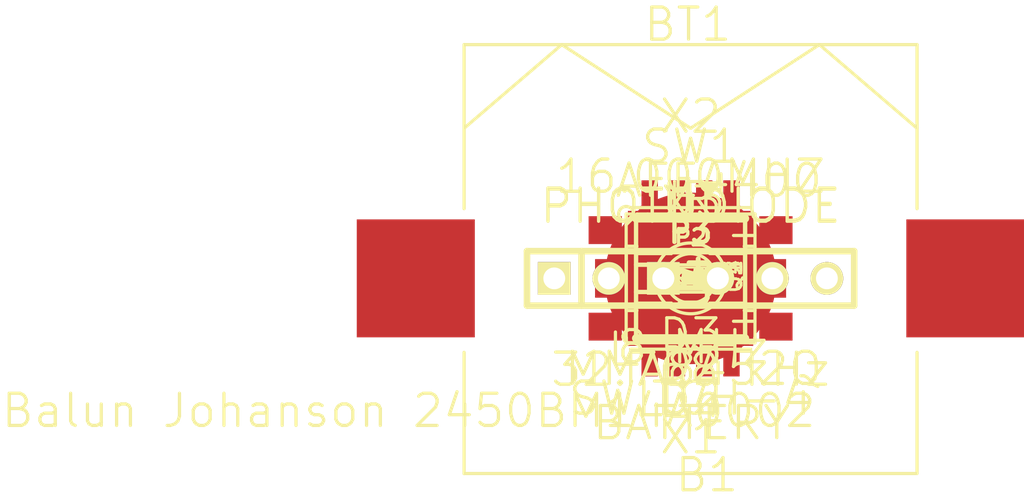
<source format=kicad_pcb>
(kicad_pcb (version 3) (host pcbnew "(2013-07-07 BZR 4022)-stable")

  (general
    (links 161)
    (no_connects 88)
    (area 0 0 0 0)
    (thickness 1.6)
    (drawings 0)
    (tracks 0)
    (zones 0)
    (modules 70)
    (nets 65)
  )

  (page A3)
  (layers
    (15 F.Cu signal)
    (0 B.Cu signal)
    (16 B.Adhes user)
    (17 F.Adhes user)
    (18 B.Paste user)
    (19 F.Paste user)
    (20 B.SilkS user)
    (21 F.SilkS user)
    (22 B.Mask user)
    (23 F.Mask user)
    (24 Dwgs.User user)
    (25 Cmts.User user)
    (26 Eco1.User user)
    (27 Eco2.User user)
    (28 Edge.Cuts user)
  )

  (setup
    (last_trace_width 0.254)
    (trace_clearance 0.254)
    (zone_clearance 0.508)
    (zone_45_only no)
    (trace_min 0.254)
    (segment_width 0.2)
    (edge_width 0.15)
    (via_size 0.889)
    (via_drill 0.635)
    (via_min_size 0.889)
    (via_min_drill 0.508)
    (uvia_size 0.508)
    (uvia_drill 0.127)
    (uvias_allowed no)
    (uvia_min_size 0.508)
    (uvia_min_drill 0.127)
    (pcb_text_width 0.3)
    (pcb_text_size 1.5 1.5)
    (mod_edge_width 0.15)
    (mod_text_size 1.5 1.5)
    (mod_text_width 0.15)
    (pad_size 1.524 1.524)
    (pad_drill 0.762)
    (pad_to_mask_clearance 0.2)
    (aux_axis_origin 0 0)
    (visible_elements FFFFFFBF)
    (pcbplotparams
      (layerselection 3178497)
      (usegerberextensions true)
      (excludeedgelayer true)
      (linewidth 0.100000)
      (plotframeref false)
      (viasonmask false)
      (mode 1)
      (useauxorigin false)
      (hpglpennumber 1)
      (hpglpenspeed 20)
      (hpglpendiameter 15)
      (hpglpenoverlay 2)
      (psnegative false)
      (psa4output false)
      (plotreference true)
      (plotvalue true)
      (plotothertext true)
      (plotinvisibletext false)
      (padsonsilk false)
      (subtractmaskfromsilk false)
      (outputformat 1)
      (mirror false)
      (drillshape 1)
      (scaleselection 1)
      (outputdirectory ""))
  )

  (net 0 "")
  (net 1 /AFE_ADC_RDY)
  (net 2 /AFE_CLK_OUT)
  (net 3 /AFE_DIAG_END)
  (net 4 /AFE_LED_ALM)
  (net 5 /AFE_PDN)
  (net 6 /AFE_PD_ALM)
  (net 7 /AFE_RESET)
  (net 8 /AFE_SCLK)
  (net 9 /AFE_SPISIMO)
  (net 10 /AFE_SPISOMI)
  (net 11 /AFE_SPISTE)
  (net 12 /ANT1)
  (net 13 /ANT2)
  (net 14 /CHARGE)
  (net 15 /EE_SCL)
  (net 16 /EE_SDA)
  (net 17 /EE_WP)
  (net 18 /INT1)
  (net 19 /INT2)
  (net 20 /LED1)
  (net 21 /OUT)
  (net 22 /SA0)
  (net 23 /SCL)
  (net 24 /SDA)
  (net 25 /SW1)
  (net 26 /SWCLK)
  (net 27 /SWDIO)
  (net 28 /VDD_PA)
  (net 29 AVDD)
  (net 30 GND)
  (net 31 N-000001)
  (net 32 N-0000011)
  (net 33 N-0000012)
  (net 34 N-0000013)
  (net 35 N-0000014)
  (net 36 N-0000016)
  (net 37 N-0000019)
  (net 38 N-000002)
  (net 39 N-0000020)
  (net 40 N-0000028)
  (net 41 N-000003)
  (net 42 N-0000030)
  (net 43 N-0000031)
  (net 44 N-0000035)
  (net 45 N-0000036)
  (net 46 N-0000037)
  (net 47 N-0000038)
  (net 48 N-0000039)
  (net 49 N-000004)
  (net 50 N-0000040)
  (net 51 N-0000042)
  (net 52 N-0000043)
  (net 53 N-0000045)
  (net 54 N-0000046)
  (net 55 N-0000047)
  (net 56 N-0000049)
  (net 57 N-000005)
  (net 58 N-000006)
  (net 59 N-0000060)
  (net 60 N-0000064)
  (net 61 N-0000068)
  (net 62 N-0000077)
  (net 63 N-0000078)
  (net 64 VCC)

  (net_class Default "This is the default net class."
    (clearance 0.254)
    (trace_width 0.254)
    (via_dia 0.889)
    (via_drill 0.635)
    (uvia_dia 0.508)
    (uvia_drill 0.127)
    (add_net "")
    (add_net /AFE_ADC_RDY)
    (add_net /AFE_CLK_OUT)
    (add_net /AFE_DIAG_END)
    (add_net /AFE_LED_ALM)
    (add_net /AFE_PDN)
    (add_net /AFE_PD_ALM)
    (add_net /AFE_RESET)
    (add_net /AFE_SCLK)
    (add_net /AFE_SPISIMO)
    (add_net /AFE_SPISOMI)
    (add_net /AFE_SPISTE)
    (add_net /ANT1)
    (add_net /ANT2)
    (add_net /CHARGE)
    (add_net /EE_SCL)
    (add_net /EE_SDA)
    (add_net /EE_WP)
    (add_net /INT1)
    (add_net /INT2)
    (add_net /LED1)
    (add_net /OUT)
    (add_net /SA0)
    (add_net /SCL)
    (add_net /SDA)
    (add_net /SW1)
    (add_net /SWCLK)
    (add_net /SWDIO)
    (add_net /VDD_PA)
    (add_net AVDD)
    (add_net GND)
    (add_net N-000001)
    (add_net N-0000011)
    (add_net N-0000012)
    (add_net N-0000013)
    (add_net N-0000014)
    (add_net N-0000016)
    (add_net N-0000019)
    (add_net N-000002)
    (add_net N-0000020)
    (add_net N-0000028)
    (add_net N-000003)
    (add_net N-0000030)
    (add_net N-0000031)
    (add_net N-0000035)
    (add_net N-0000036)
    (add_net N-0000037)
    (add_net N-0000038)
    (add_net N-0000039)
    (add_net N-000004)
    (add_net N-0000040)
    (add_net N-0000042)
    (add_net N-0000043)
    (add_net N-0000045)
    (add_net N-0000046)
    (add_net N-0000047)
    (add_net N-0000049)
    (add_net N-000005)
    (add_net N-000006)
    (add_net N-0000060)
    (add_net N-0000064)
    (add_net N-0000068)
    (add_net N-0000077)
    (add_net N-0000078)
    (add_net VCC)
  )

  (module VSBM2943 (layer F.Cu) (tedit 548883DF) (tstamp 548A209E)
    (at 0 0)
    (path /5465F17A)
    (fp_text reference D4 (at 0 5.7) (layer F.SilkS)
      (effects (font (size 1.5 1.5) (thickness 0.15)))
    )
    (fp_text value IR (at 0 -3.7) (layer F.SilkS)
      (effects (font (size 1.5 1.5) (thickness 0.15)))
    )
    (fp_circle (center 0 0) (end -0.05 1.15) (layer F.SilkS) (width 0.15))
    (pad 1 smd rect (at -2.5 0) (size 1.7 0.75)
      (layers F.Cu F.Paste F.Mask)
      (net 32 N-0000011)
    )
    (pad 2 smd rect (at 2.5 0) (size 1.7 0.75)
      (layers F.Cu F.Paste F.Mask)
      (net 33 N-0000012)
    )
  )

  (module VBPW34FA (layer F.Cu) (tedit 54888AE9) (tstamp 548A20A4)
    (at 0 0)
    (path /54857FE8)
    (fp_text reference D2 (at 0.05 4) (layer F.SilkS)
      (effects (font (size 1.5 1.5) (thickness 0.15)))
    )
    (fp_text value PHOTODIODE (at 0 -3.35) (layer F.SilkS)
      (effects (font (size 1.5 1.5) (thickness 0.15)))
    )
    (pad 1 smd rect (at -3.575 0) (size 1.75 1.8)
      (layers F.Cu F.Paste F.Mask)
      (net 30 GND)
    )
    (pad 2 smd rect (at 3.575 0) (size 1.75 1.8)
      (layers F.Cu F.Paste F.Mask)
      (net 40 N-0000028)
    )
  )

  (module Switch-B3S (layer F.Cu) (tedit 5481C6DA) (tstamp 548A20B1)
    (at 0 0)
    (path /5105E705)
    (fp_text reference SW1 (at 0 -6.15) (layer F.SilkS)
      (effects (font (size 1.5 1.5) (thickness 0.15)))
    )
    (fp_text value SWITCH-4 (at 0 5.6) (layer F.SilkS)
      (effects (font (size 1.5 1.5) (thickness 0.15)))
    )
    (fp_line (start -2.8 -3.3) (end 2.8 -3.3) (layer F.SilkS) (width 0.15))
    (fp_line (start 2.8 3.3) (end -2.8 3.3) (layer F.SilkS) (width 0.15))
    (fp_line (start 3 -1.2) (end 3 1.2) (layer F.SilkS) (width 0.15))
    (fp_line (start -3 -1.2) (end -3 1.2) (layer F.SilkS) (width 0.15))
    (fp_circle (center 0 0) (end 0.05 1.65) (layer F.SilkS) (width 0.15))
    (pad 1 smd rect (at 3.975 2.25) (size 1.55 1.3)
      (layers F.Cu F.Paste F.Mask)
      (net 30 GND)
    )
    (pad 2 smd rect (at -3.975 2.25) (size 1.55 1.3)
      (layers F.Cu F.Paste F.Mask)
      (net 30 GND)
    )
    (pad 3 smd rect (at 3.975 -2.25) (size 1.55 1.3)
      (layers F.Cu F.Paste F.Mask)
      (net 25 /SW1)
    )
    (pad 4 smd rect (at -3.975 -2.25) (size 1.55 1.3)
      (layers F.Cu F.Paste F.Mask)
      (net 25 /SW1)
    )
  )

  (module SOT23 (layer F.Cu) (tedit 5051A6D7) (tstamp 548A20BD)
    (at 0 0)
    (tags SOT23)
    (path /548A27D9)
    (fp_text reference Q4 (at 1.99898 -0.09906 90) (layer F.SilkS)
      (effects (font (size 0.762 0.762) (thickness 0.11938)))
    )
    (fp_text value MOSFET_P (at 0.0635 0) (layer F.SilkS)
      (effects (font (size 0.50038 0.50038) (thickness 0.09906)))
    )
    (fp_circle (center -1.17602 0.35052) (end -1.30048 0.44958) (layer F.SilkS) (width 0.07874))
    (fp_line (start 1.27 -0.508) (end 1.27 0.508) (layer F.SilkS) (width 0.07874))
    (fp_line (start -1.3335 -0.508) (end -1.3335 0.508) (layer F.SilkS) (width 0.07874))
    (fp_line (start 1.27 0.508) (end -1.3335 0.508) (layer F.SilkS) (width 0.07874))
    (fp_line (start -1.3335 -0.508) (end 1.27 -0.508) (layer F.SilkS) (width 0.07874))
    (pad 3 smd rect (at 0 -1.09982) (size 0.8001 1.00076)
      (layers F.Cu F.Paste F.Mask)
    )
    (pad 2 smd rect (at 0.9525 1.09982) (size 0.8001 1.00076)
      (layers F.Cu F.Paste F.Mask)
    )
    (pad 1 smd rect (at -0.9525 1.09982) (size 0.8001 1.00076)
      (layers F.Cu F.Paste F.Mask)
    )
    (model smd\SOT23_3.wrl
      (at (xyz 0 0 0))
      (scale (xyz 0.4 0.4 0.4))
      (rotate (xyz 0 0 180))
    )
  )

  (module SOT23 (layer F.Cu) (tedit 5051A6D7) (tstamp 548A20C9)
    (at 0 0)
    (tags SOT23)
    (path /548A1CB2)
    (fp_text reference Q5 (at 1.99898 -0.09906 90) (layer F.SilkS)
      (effects (font (size 0.762 0.762) (thickness 0.11938)))
    )
    (fp_text value MOSFET_P (at 0.0635 0) (layer F.SilkS)
      (effects (font (size 0.50038 0.50038) (thickness 0.09906)))
    )
    (fp_circle (center -1.17602 0.35052) (end -1.30048 0.44958) (layer F.SilkS) (width 0.07874))
    (fp_line (start 1.27 -0.508) (end 1.27 0.508) (layer F.SilkS) (width 0.07874))
    (fp_line (start -1.3335 -0.508) (end -1.3335 0.508) (layer F.SilkS) (width 0.07874))
    (fp_line (start 1.27 0.508) (end -1.3335 0.508) (layer F.SilkS) (width 0.07874))
    (fp_line (start -1.3335 -0.508) (end 1.27 -0.508) (layer F.SilkS) (width 0.07874))
    (pad 3 smd rect (at 0 -1.09982) (size 0.8001 1.00076)
      (layers F.Cu F.Paste F.Mask)
    )
    (pad 2 smd rect (at 0.9525 1.09982) (size 0.8001 1.00076)
      (layers F.Cu F.Paste F.Mask)
    )
    (pad 1 smd rect (at -0.9525 1.09982) (size 0.8001 1.00076)
      (layers F.Cu F.Paste F.Mask)
    )
    (model smd\SOT23_3.wrl
      (at (xyz 0 0 0))
      (scale (xyz 0.4 0.4 0.4))
      (rotate (xyz 0 0 180))
    )
  )

  (module SOT23 (layer F.Cu) (tedit 5051A6D7) (tstamp 548A20D5)
    (at 0 0)
    (tags SOT23)
    (path /5489DF05)
    (fp_text reference Q3 (at 1.99898 -0.09906 90) (layer F.SilkS)
      (effects (font (size 0.762 0.762) (thickness 0.11938)))
    )
    (fp_text value MOSFET_N (at 0.0635 0) (layer F.SilkS)
      (effects (font (size 0.50038 0.50038) (thickness 0.09906)))
    )
    (fp_circle (center -1.17602 0.35052) (end -1.30048 0.44958) (layer F.SilkS) (width 0.07874))
    (fp_line (start 1.27 -0.508) (end 1.27 0.508) (layer F.SilkS) (width 0.07874))
    (fp_line (start -1.3335 -0.508) (end -1.3335 0.508) (layer F.SilkS) (width 0.07874))
    (fp_line (start 1.27 0.508) (end -1.3335 0.508) (layer F.SilkS) (width 0.07874))
    (fp_line (start -1.3335 -0.508) (end 1.27 -0.508) (layer F.SilkS) (width 0.07874))
    (pad 3 smd rect (at 0 -1.09982) (size 0.8001 1.00076)
      (layers F.Cu F.Paste F.Mask)
    )
    (pad 2 smd rect (at 0.9525 1.09982) (size 0.8001 1.00076)
      (layers F.Cu F.Paste F.Mask)
    )
    (pad 1 smd rect (at -0.9525 1.09982) (size 0.8001 1.00076)
      (layers F.Cu F.Paste F.Mask)
    )
    (model smd\SOT23_3.wrl
      (at (xyz 0 0 0))
      (scale (xyz 0.4 0.4 0.4))
      (rotate (xyz 0 0 180))
    )
  )

  (module SOT23 (layer F.Cu) (tedit 5051A6D7) (tstamp 548A20E1)
    (at 0 0)
    (tags SOT23)
    (path /54857F16)
    (fp_text reference Q2 (at 1.99898 -0.09906 90) (layer F.SilkS)
      (effects (font (size 0.762 0.762) (thickness 0.11938)))
    )
    (fp_text value MOSFET_N (at 0.0635 0) (layer F.SilkS)
      (effects (font (size 0.50038 0.50038) (thickness 0.09906)))
    )
    (fp_circle (center -1.17602 0.35052) (end -1.30048 0.44958) (layer F.SilkS) (width 0.07874))
    (fp_line (start 1.27 -0.508) (end 1.27 0.508) (layer F.SilkS) (width 0.07874))
    (fp_line (start -1.3335 -0.508) (end -1.3335 0.508) (layer F.SilkS) (width 0.07874))
    (fp_line (start 1.27 0.508) (end -1.3335 0.508) (layer F.SilkS) (width 0.07874))
    (fp_line (start -1.3335 -0.508) (end 1.27 -0.508) (layer F.SilkS) (width 0.07874))
    (pad 3 smd rect (at 0 -1.09982) (size 0.8001 1.00076)
      (layers F.Cu F.Paste F.Mask)
    )
    (pad 2 smd rect (at 0.9525 1.09982) (size 0.8001 1.00076)
      (layers F.Cu F.Paste F.Mask)
    )
    (pad 1 smd rect (at -0.9525 1.09982) (size 0.8001 1.00076)
      (layers F.Cu F.Paste F.Mask)
    )
    (model smd\SOT23_3.wrl
      (at (xyz 0 0 0))
      (scale (xyz 0.4 0.4 0.4))
      (rotate (xyz 0 0 180))
    )
  )

  (module SOT23 (layer F.Cu) (tedit 5051A6D7) (tstamp 548A20ED)
    (at 0 0)
    (tags SOT23)
    (path /54857F25)
    (fp_text reference Q1 (at 1.99898 -0.09906 90) (layer F.SilkS)
      (effects (font (size 0.762 0.762) (thickness 0.11938)))
    )
    (fp_text value MOSFET_P (at 0.0635 0) (layer F.SilkS)
      (effects (font (size 0.50038 0.50038) (thickness 0.09906)))
    )
    (fp_circle (center -1.17602 0.35052) (end -1.30048 0.44958) (layer F.SilkS) (width 0.07874))
    (fp_line (start 1.27 -0.508) (end 1.27 0.508) (layer F.SilkS) (width 0.07874))
    (fp_line (start -1.3335 -0.508) (end -1.3335 0.508) (layer F.SilkS) (width 0.07874))
    (fp_line (start 1.27 0.508) (end -1.3335 0.508) (layer F.SilkS) (width 0.07874))
    (fp_line (start -1.3335 -0.508) (end 1.27 -0.508) (layer F.SilkS) (width 0.07874))
    (pad 3 smd rect (at 0 -1.09982) (size 0.8001 1.00076)
      (layers F.Cu F.Paste F.Mask)
    )
    (pad 2 smd rect (at 0.9525 1.09982) (size 0.8001 1.00076)
      (layers F.Cu F.Paste F.Mask)
    )
    (pad 1 smd rect (at -0.9525 1.09982) (size 0.8001 1.00076)
      (layers F.Cu F.Paste F.Mask)
    )
    (model smd\SOT23_3.wrl
      (at (xyz 0 0 0))
      (scale (xyz 0.4 0.4 0.4))
      (rotate (xyz 0 0 180))
    )
  )

  (module SOIC8-5.3MM (layer F.Cu) (tedit 513104C2) (tstamp 548A2100)
    (at 0 0)
    (path /54788A98)
    (attr smd)
    (fp_text reference U4 (at 0.202 0.178 90) (layer F.SilkS)
      (effects (font (size 1.27 1.27) (thickness 0.2286)))
    )
    (fp_text value CAT24M01 (at 0 6.5) (layer F.SilkS) hide
      (effects (font (size 1.016 1.016) (thickness 0.2032)))
    )
    (fp_line (start -2.54 2.794) (end 2.54 2.794) (layer F.SilkS) (width 0.381))
    (fp_line (start -2.54 -2.794) (end 2.54 -2.794) (layer F.SilkS) (width 0.381))
    (fp_line (start 2.54 -2.794) (end 2.54 2.794) (layer F.SilkS) (width 0.2032))
    (fp_line (start -2.54 -2.794) (end -2.54 2.794) (layer F.SilkS) (width 0.2032))
    (fp_line (start -2.54 -0.635) (end -1.27 -0.635) (layer F.SilkS) (width 0.2032))
    (fp_line (start -1.27 -0.635) (end -1.27 0.635) (layer F.SilkS) (width 0.2032))
    (fp_line (start -1.27 0.635) (end -2.54 0.635) (layer F.SilkS) (width 0.2032))
    (pad 1 smd rect (at -1.905 3.81) (size 0.762 1.524)
      (layers F.Cu F.Paste F.Mask)
    )
    (pad 2 smd rect (at -0.635 3.81) (size 0.762 1.524)
      (layers F.Cu F.Paste F.Mask)
    )
    (pad 3 smd rect (at 0.635 3.81) (size 0.762 1.524)
      (layers F.Cu F.Paste F.Mask)
    )
    (pad 4 smd rect (at 1.905 3.81) (size 0.762 1.524)
      (layers F.Cu F.Paste F.Mask)
      (net 30 GND)
    )
    (pad 8 smd rect (at -1.905 -3.81) (size 0.762 1.524)
      (layers F.Cu F.Paste F.Mask)
      (net 64 VCC)
    )
    (pad 7 smd rect (at -0.635 -3.81) (size 0.762 1.524)
      (layers F.Cu F.Paste F.Mask)
      (net 17 /EE_WP)
    )
    (pad 6 smd rect (at 0.635 -3.81) (size 0.762 1.524)
      (layers F.Cu F.Paste F.Mask)
      (net 15 /EE_SCL)
    )
    (pad 5 smd rect (at 1.905 -3.81) (size 0.762 1.524)
      (layers F.Cu F.Paste F.Mask)
      (net 16 /EE_SDA)
    )
    (model smd/cms_soj24.wrl
      (at (xyz 0 0 0))
      (scale (xyz 0.5 0.6 0.5))
      (rotate (xyz 0 0 0))
    )
  )

  (module SM1206 (layer F.Cu) (tedit 42806E24) (tstamp 548A210C)
    (at 0 0)
    (path /5465F189)
    (attr smd)
    (fp_text reference D5 (at 0 0) (layer F.SilkS)
      (effects (font (size 0.762 0.762) (thickness 0.127)))
    )
    (fp_text value RED (at 0 0) (layer F.SilkS) hide
      (effects (font (size 0.762 0.762) (thickness 0.127)))
    )
    (fp_line (start -2.54 -1.143) (end -2.54 1.143) (layer F.SilkS) (width 0.127))
    (fp_line (start -2.54 1.143) (end -0.889 1.143) (layer F.SilkS) (width 0.127))
    (fp_line (start 0.889 -1.143) (end 2.54 -1.143) (layer F.SilkS) (width 0.127))
    (fp_line (start 2.54 -1.143) (end 2.54 1.143) (layer F.SilkS) (width 0.127))
    (fp_line (start 2.54 1.143) (end 0.889 1.143) (layer F.SilkS) (width 0.127))
    (fp_line (start -0.889 -1.143) (end -2.54 -1.143) (layer F.SilkS) (width 0.127))
    (pad 1 smd rect (at -1.651 0) (size 1.524 2.032)
      (layers F.Cu F.Paste F.Mask)
      (net 33 N-0000012)
    )
    (pad 2 smd rect (at 1.651 0) (size 1.524 2.032)
      (layers F.Cu F.Paste F.Mask)
      (net 32 N-0000011)
    )
    (model smd/chip_cms.wrl
      (at (xyz 0 0 0))
      (scale (xyz 0.17 0.16 0.16))
      (rotate (xyz 0 0 0))
    )
  )

  (module SM0603 (layer F.Cu) (tedit 4E43A3D1) (tstamp 548A2116)
    (at 0 0)
    (path /5102DE45)
    (attr smd)
    (fp_text reference L4 (at 0 0) (layer F.SilkS)
      (effects (font (size 0.508 0.4572) (thickness 0.1143)))
    )
    (fp_text value 10uH (at 0 0) (layer F.SilkS) hide
      (effects (font (size 0.508 0.4572) (thickness 0.1143)))
    )
    (fp_line (start -1.143 -0.635) (end 1.143 -0.635) (layer F.SilkS) (width 0.127))
    (fp_line (start 1.143 -0.635) (end 1.143 0.635) (layer F.SilkS) (width 0.127))
    (fp_line (start 1.143 0.635) (end -1.143 0.635) (layer F.SilkS) (width 0.127))
    (fp_line (start -1.143 0.635) (end -1.143 -0.635) (layer F.SilkS) (width 0.127))
    (pad 1 smd rect (at -0.762 0) (size 0.635 1.143)
      (layers F.Cu F.Paste F.Mask)
      (net 52 N-0000043)
    )
    (pad 2 smd rect (at 0.762 0) (size 0.635 1.143)
      (layers F.Cu F.Paste F.Mask)
      (net 51 N-0000042)
    )
    (model smd\resistors\R0603.wrl
      (at (xyz 0 0 0.001))
      (scale (xyz 0.5 0.5 0.5))
      (rotate (xyz 0 0 0))
    )
  )

  (module SM0603 (layer F.Cu) (tedit 4E43A3D1) (tstamp 548A2120)
    (at 0 0)
    (path /54857F61)
    (attr smd)
    (fp_text reference R12 (at 0 0) (layer F.SilkS)
      (effects (font (size 0.508 0.4572) (thickness 0.1143)))
    )
    (fp_text value "100 k" (at 0 0) (layer F.SilkS) hide
      (effects (font (size 0.508 0.4572) (thickness 0.1143)))
    )
    (fp_line (start -1.143 -0.635) (end 1.143 -0.635) (layer F.SilkS) (width 0.127))
    (fp_line (start 1.143 -0.635) (end 1.143 0.635) (layer F.SilkS) (width 0.127))
    (fp_line (start 1.143 0.635) (end -1.143 0.635) (layer F.SilkS) (width 0.127))
    (fp_line (start -1.143 0.635) (end -1.143 -0.635) (layer F.SilkS) (width 0.127))
    (pad 1 smd rect (at -0.762 0) (size 0.635 1.143)
      (layers F.Cu F.Paste F.Mask)
      (net 35 N-0000014)
    )
    (pad 2 smd rect (at 0.762 0) (size 0.635 1.143)
      (layers F.Cu F.Paste F.Mask)
      (net 14 /CHARGE)
    )
    (model smd\resistors\R0603.wrl
      (at (xyz 0 0 0.001))
      (scale (xyz 0.5 0.5 0.5))
      (rotate (xyz 0 0 0))
    )
  )

  (module SM0603 (layer F.Cu) (tedit 4E43A3D1) (tstamp 548A212A)
    (at 0 0)
    (path /54857F70)
    (attr smd)
    (fp_text reference R13 (at 0 0) (layer F.SilkS)
      (effects (font (size 0.508 0.4572) (thickness 0.1143)))
    )
    (fp_text value "3 k" (at 0 0) (layer F.SilkS) hide
      (effects (font (size 0.508 0.4572) (thickness 0.1143)))
    )
    (fp_line (start -1.143 -0.635) (end 1.143 -0.635) (layer F.SilkS) (width 0.127))
    (fp_line (start 1.143 -0.635) (end 1.143 0.635) (layer F.SilkS) (width 0.127))
    (fp_line (start 1.143 0.635) (end -1.143 0.635) (layer F.SilkS) (width 0.127))
    (fp_line (start -1.143 0.635) (end -1.143 -0.635) (layer F.SilkS) (width 0.127))
    (pad 1 smd rect (at -0.762 0) (size 0.635 1.143)
      (layers F.Cu F.Paste F.Mask)
      (net 64 VCC)
    )
    (pad 2 smd rect (at 0.762 0) (size 0.635 1.143)
      (layers F.Cu F.Paste F.Mask)
      (net 21 /OUT)
    )
    (model smd\resistors\R0603.wrl
      (at (xyz 0 0 0.001))
      (scale (xyz 0.5 0.5 0.5))
      (rotate (xyz 0 0 0))
    )
  )

  (module SM0603 (layer F.Cu) (tedit 4E43A3D1) (tstamp 548A2134)
    (at 0 0)
    (path /54857F7F)
    (attr smd)
    (fp_text reference R11 (at 0 0) (layer F.SilkS)
      (effects (font (size 0.508 0.4572) (thickness 0.1143)))
    )
    (fp_text value "100 k" (at 0 0) (layer F.SilkS) hide
      (effects (font (size 0.508 0.4572) (thickness 0.1143)))
    )
    (fp_line (start -1.143 -0.635) (end 1.143 -0.635) (layer F.SilkS) (width 0.127))
    (fp_line (start 1.143 -0.635) (end 1.143 0.635) (layer F.SilkS) (width 0.127))
    (fp_line (start 1.143 0.635) (end -1.143 0.635) (layer F.SilkS) (width 0.127))
    (fp_line (start -1.143 0.635) (end -1.143 -0.635) (layer F.SilkS) (width 0.127))
    (pad 1 smd rect (at -0.762 0) (size 0.635 1.143)
      (layers F.Cu F.Paste F.Mask)
      (net 40 N-0000028)
    )
    (pad 2 smd rect (at 0.762 0) (size 0.635 1.143)
      (layers F.Cu F.Paste F.Mask)
      (net 36 N-0000016)
    )
    (model smd\resistors\R0603.wrl
      (at (xyz 0 0 0.001))
      (scale (xyz 0.5 0.5 0.5))
      (rotate (xyz 0 0 0))
    )
  )

  (module SM0603 (layer F.Cu) (tedit 4E43A3D1) (tstamp 548A213E)
    (at 0 0)
    (path /510300AF)
    (attr smd)
    (fp_text reference D1 (at 0 0) (layer F.SilkS)
      (effects (font (size 0.508 0.4572) (thickness 0.1143)))
    )
    (fp_text value LED (at 0 0) (layer F.SilkS) hide
      (effects (font (size 0.508 0.4572) (thickness 0.1143)))
    )
    (fp_line (start -1.143 -0.635) (end 1.143 -0.635) (layer F.SilkS) (width 0.127))
    (fp_line (start 1.143 -0.635) (end 1.143 0.635) (layer F.SilkS) (width 0.127))
    (fp_line (start 1.143 0.635) (end -1.143 0.635) (layer F.SilkS) (width 0.127))
    (fp_line (start -1.143 0.635) (end -1.143 -0.635) (layer F.SilkS) (width 0.127))
    (pad 1 smd rect (at -0.762 0) (size 0.635 1.143)
      (layers F.Cu F.Paste F.Mask)
      (net 64 VCC)
    )
    (pad 2 smd rect (at 0.762 0) (size 0.635 1.143)
      (layers F.Cu F.Paste F.Mask)
      (net 58 N-000006)
    )
    (model smd\resistors\R0603.wrl
      (at (xyz 0 0 0.001))
      (scale (xyz 0.5 0.5 0.5))
      (rotate (xyz 0 0 0))
    )
  )

  (module SM0603 (layer F.Cu) (tedit 4E43A3D1) (tstamp 548A2148)
    (at 0 0)
    (path /54857F9D)
    (attr smd)
    (fp_text reference C25 (at 0 0) (layer F.SilkS)
      (effects (font (size 0.508 0.4572) (thickness 0.1143)))
    )
    (fp_text value "1 nF" (at 0 0) (layer F.SilkS) hide
      (effects (font (size 0.508 0.4572) (thickness 0.1143)))
    )
    (fp_line (start -1.143 -0.635) (end 1.143 -0.635) (layer F.SilkS) (width 0.127))
    (fp_line (start 1.143 -0.635) (end 1.143 0.635) (layer F.SilkS) (width 0.127))
    (fp_line (start 1.143 0.635) (end -1.143 0.635) (layer F.SilkS) (width 0.127))
    (fp_line (start -1.143 0.635) (end -1.143 -0.635) (layer F.SilkS) (width 0.127))
    (pad 1 smd rect (at -0.762 0) (size 0.635 1.143)
      (layers F.Cu F.Paste F.Mask)
      (net 40 N-0000028)
    )
    (pad 2 smd rect (at 0.762 0) (size 0.635 1.143)
      (layers F.Cu F.Paste F.Mask)
      (net 30 GND)
    )
    (model smd\resistors\R0603.wrl
      (at (xyz 0 0 0.001))
      (scale (xyz 0.5 0.5 0.5))
      (rotate (xyz 0 0 0))
    )
  )

  (module SM0603 (layer F.Cu) (tedit 4E43A3D1) (tstamp 548A2152)
    (at 0 0)
    (path /54857FAC)
    (attr smd)
    (fp_text reference C26 (at 0 0) (layer F.SilkS)
      (effects (font (size 0.508 0.4572) (thickness 0.1143)))
    )
    (fp_text value "220 nF" (at 0 0) (layer F.SilkS) hide
      (effects (font (size 0.508 0.4572) (thickness 0.1143)))
    )
    (fp_line (start -1.143 -0.635) (end 1.143 -0.635) (layer F.SilkS) (width 0.127))
    (fp_line (start 1.143 -0.635) (end 1.143 0.635) (layer F.SilkS) (width 0.127))
    (fp_line (start 1.143 0.635) (end -1.143 0.635) (layer F.SilkS) (width 0.127))
    (fp_line (start -1.143 0.635) (end -1.143 -0.635) (layer F.SilkS) (width 0.127))
    (pad 1 smd rect (at -0.762 0) (size 0.635 1.143)
      (layers F.Cu F.Paste F.Mask)
      (net 64 VCC)
    )
    (pad 2 smd rect (at 0.762 0) (size 0.635 1.143)
      (layers F.Cu F.Paste F.Mask)
      (net 30 GND)
    )
    (model smd\resistors\R0603.wrl
      (at (xyz 0 0 0.001))
      (scale (xyz 0.5 0.5 0.5))
      (rotate (xyz 0 0 0))
    )
  )

  (module SM0603 (layer F.Cu) (tedit 4E43A3D1) (tstamp 548A215C)
    (at 0 0)
    (path /54857F8E)
    (attr smd)
    (fp_text reference R10 (at 0 0) (layer F.SilkS)
      (effects (font (size 0.508 0.4572) (thickness 0.1143)))
    )
    (fp_text value "1 M" (at 0 0) (layer F.SilkS) hide
      (effects (font (size 0.508 0.4572) (thickness 0.1143)))
    )
    (fp_line (start -1.143 -0.635) (end 1.143 -0.635) (layer F.SilkS) (width 0.127))
    (fp_line (start 1.143 -0.635) (end 1.143 0.635) (layer F.SilkS) (width 0.127))
    (fp_line (start 1.143 0.635) (end -1.143 0.635) (layer F.SilkS) (width 0.127))
    (fp_line (start -1.143 0.635) (end -1.143 -0.635) (layer F.SilkS) (width 0.127))
    (pad 1 smd rect (at -0.762 0) (size 0.635 1.143)
      (layers F.Cu F.Paste F.Mask)
      (net 40 N-0000028)
    )
    (pad 2 smd rect (at 0.762 0) (size 0.635 1.143)
      (layers F.Cu F.Paste F.Mask)
      (net 30 GND)
    )
    (model smd\resistors\R0603.wrl
      (at (xyz 0 0 0.001))
      (scale (xyz 0.5 0.5 0.5))
      (rotate (xyz 0 0 0))
    )
  )

  (module SM0603 (layer F.Cu) (tedit 4E43A3D1) (tstamp 548A2166)
    (at 0 0)
    (path /5102DE59)
    (attr smd)
    (fp_text reference L5 (at 0 0) (layer F.SilkS)
      (effects (font (size 0.508 0.4572) (thickness 0.1143)))
    )
    (fp_text value 15nH (at 0 0) (layer F.SilkS) hide
      (effects (font (size 0.508 0.4572) (thickness 0.1143)))
    )
    (fp_line (start -1.143 -0.635) (end 1.143 -0.635) (layer F.SilkS) (width 0.127))
    (fp_line (start 1.143 -0.635) (end 1.143 0.635) (layer F.SilkS) (width 0.127))
    (fp_line (start 1.143 0.635) (end -1.143 0.635) (layer F.SilkS) (width 0.127))
    (fp_line (start -1.143 0.635) (end -1.143 -0.635) (layer F.SilkS) (width 0.127))
    (pad 1 smd rect (at -0.762 0) (size 0.635 1.143)
      (layers F.Cu F.Paste F.Mask)
      (net 29 AVDD)
    )
    (pad 2 smd rect (at 0.762 0) (size 0.635 1.143)
      (layers F.Cu F.Paste F.Mask)
      (net 52 N-0000043)
    )
    (model smd\resistors\R0603.wrl
      (at (xyz 0 0 0.001))
      (scale (xyz 0.5 0.5 0.5))
      (rotate (xyz 0 0 0))
    )
  )

  (module SM0603 (layer F.Cu) (tedit 4E43A3D1) (tstamp 548A2170)
    (at 0 0)
    (path /54857FD9)
    (attr smd)
    (fp_text reference C29 (at 0 0) (layer F.SilkS)
      (effects (font (size 0.508 0.4572) (thickness 0.1143)))
    )
    (fp_text value "1 nF" (at 0 0) (layer F.SilkS) hide
      (effects (font (size 0.508 0.4572) (thickness 0.1143)))
    )
    (fp_line (start -1.143 -0.635) (end 1.143 -0.635) (layer F.SilkS) (width 0.127))
    (fp_line (start 1.143 -0.635) (end 1.143 0.635) (layer F.SilkS) (width 0.127))
    (fp_line (start 1.143 0.635) (end -1.143 0.635) (layer F.SilkS) (width 0.127))
    (fp_line (start -1.143 0.635) (end -1.143 -0.635) (layer F.SilkS) (width 0.127))
    (pad 1 smd rect (at -0.762 0) (size 0.635 1.143)
      (layers F.Cu F.Paste F.Mask)
      (net 64 VCC)
    )
    (pad 2 smd rect (at 0.762 0) (size 0.635 1.143)
      (layers F.Cu F.Paste F.Mask)
      (net 30 GND)
    )
    (model smd\resistors\R0603.wrl
      (at (xyz 0 0 0.001))
      (scale (xyz 0.5 0.5 0.5))
      (rotate (xyz 0 0 0))
    )
  )

  (module SM0402 (layer F.Cu) (tedit 50A4E0BA) (tstamp 548A217C)
    (at 0 0)
    (path /545D1876)
    (attr smd)
    (fp_text reference C22 (at 0 0) (layer F.SilkS)
      (effects (font (size 0.35052 0.3048) (thickness 0.07112)))
    )
    (fp_text value 2.2uF (at 0.09906 0) (layer F.SilkS) hide
      (effects (font (size 0.35052 0.3048) (thickness 0.07112)))
    )
    (fp_line (start -0.254 -0.381) (end -0.762 -0.381) (layer F.SilkS) (width 0.07112))
    (fp_line (start -0.762 -0.381) (end -0.762 0.381) (layer F.SilkS) (width 0.07112))
    (fp_line (start -0.762 0.381) (end -0.254 0.381) (layer F.SilkS) (width 0.07112))
    (fp_line (start 0.254 -0.381) (end 0.762 -0.381) (layer F.SilkS) (width 0.07112))
    (fp_line (start 0.762 -0.381) (end 0.762 0.381) (layer F.SilkS) (width 0.07112))
    (fp_line (start 0.762 0.381) (end 0.254 0.381) (layer F.SilkS) (width 0.07112))
    (pad 1 smd rect (at -0.44958 0) (size 0.39878 0.59944)
      (layers F.Cu F.Paste F.Mask)
      (net 39 N-0000020)
    )
    (pad 2 smd rect (at 0.44958 0) (size 0.39878 0.59944)
      (layers F.Cu F.Paste F.Mask)
      (net 30 GND)
    )
    (model smd\chip_cms.wrl
      (at (xyz 0 0 0.002))
      (scale (xyz 0.05 0.05 0.05))
      (rotate (xyz 0 0 0))
    )
  )

  (module SM0402 (layer F.Cu) (tedit 50A4E0BA) (tstamp 548A2188)
    (at 0 0)
    (path /5489DF5F)
    (attr smd)
    (fp_text reference R15 (at 0 0) (layer F.SilkS)
      (effects (font (size 0.35052 0.3048) (thickness 0.07112)))
    )
    (fp_text value R (at 0.09906 0) (layer F.SilkS) hide
      (effects (font (size 0.35052 0.3048) (thickness 0.07112)))
    )
    (fp_line (start -0.254 -0.381) (end -0.762 -0.381) (layer F.SilkS) (width 0.07112))
    (fp_line (start -0.762 -0.381) (end -0.762 0.381) (layer F.SilkS) (width 0.07112))
    (fp_line (start -0.762 0.381) (end -0.254 0.381) (layer F.SilkS) (width 0.07112))
    (fp_line (start 0.254 -0.381) (end 0.762 -0.381) (layer F.SilkS) (width 0.07112))
    (fp_line (start 0.762 -0.381) (end 0.762 0.381) (layer F.SilkS) (width 0.07112))
    (fp_line (start 0.762 0.381) (end 0.254 0.381) (layer F.SilkS) (width 0.07112))
    (pad 1 smd rect (at -0.44958 0) (size 0.39878 0.59944)
      (layers F.Cu F.Paste F.Mask)
      (net 45 N-0000036)
    )
    (pad 2 smd rect (at 0.44958 0) (size 0.39878 0.59944)
      (layers F.Cu F.Paste F.Mask)
    )
    (model smd\chip_cms.wrl
      (at (xyz 0 0 0.002))
      (scale (xyz 0.05 0.05 0.05))
      (rotate (xyz 0 0 0))
    )
  )

  (module SM0402 (layer F.Cu) (tedit 50A4E0BA) (tstamp 548A2194)
    (at 0 0)
    (path /546E11CC)
    (attr smd)
    (fp_text reference R6 (at 0 0) (layer F.SilkS)
      (effects (font (size 0.35052 0.3048) (thickness 0.07112)))
    )
    (fp_text value 1k (at 0.09906 0) (layer F.SilkS) hide
      (effects (font (size 0.35052 0.3048) (thickness 0.07112)))
    )
    (fp_line (start -0.254 -0.381) (end -0.762 -0.381) (layer F.SilkS) (width 0.07112))
    (fp_line (start -0.762 -0.381) (end -0.762 0.381) (layer F.SilkS) (width 0.07112))
    (fp_line (start -0.762 0.381) (end -0.254 0.381) (layer F.SilkS) (width 0.07112))
    (fp_line (start 0.254 -0.381) (end 0.762 -0.381) (layer F.SilkS) (width 0.07112))
    (fp_line (start 0.762 -0.381) (end 0.762 0.381) (layer F.SilkS) (width 0.07112))
    (fp_line (start 0.762 0.381) (end 0.254 0.381) (layer F.SilkS) (width 0.07112))
    (pad 1 smd rect (at -0.44958 0) (size 0.39878 0.59944)
      (layers F.Cu F.Paste F.Mask)
      (net 54 N-0000046)
    )
    (pad 2 smd rect (at 0.44958 0) (size 0.39878 0.59944)
      (layers F.Cu F.Paste F.Mask)
      (net 53 N-0000045)
    )
    (model smd\chip_cms.wrl
      (at (xyz 0 0 0.002))
      (scale (xyz 0.05 0.05 0.05))
      (rotate (xyz 0 0 0))
    )
  )

  (module SM0402 (layer F.Cu) (tedit 50A4E0BA) (tstamp 548A21A0)
    (at 0 0)
    (path /546E11DB)
    (attr smd)
    (fp_text reference C24 (at 0 0) (layer F.SilkS)
      (effects (font (size 0.35052 0.3048) (thickness 0.07112)))
    )
    (fp_text value "0.01 uF" (at 0.09906 0) (layer F.SilkS) hide
      (effects (font (size 0.35052 0.3048) (thickness 0.07112)))
    )
    (fp_line (start -0.254 -0.381) (end -0.762 -0.381) (layer F.SilkS) (width 0.07112))
    (fp_line (start -0.762 -0.381) (end -0.762 0.381) (layer F.SilkS) (width 0.07112))
    (fp_line (start -0.762 0.381) (end -0.254 0.381) (layer F.SilkS) (width 0.07112))
    (fp_line (start 0.254 -0.381) (end 0.762 -0.381) (layer F.SilkS) (width 0.07112))
    (fp_line (start 0.762 -0.381) (end 0.762 0.381) (layer F.SilkS) (width 0.07112))
    (fp_line (start 0.762 0.381) (end 0.254 0.381) (layer F.SilkS) (width 0.07112))
    (pad 1 smd rect (at -0.44958 0) (size 0.39878 0.59944)
      (layers F.Cu F.Paste F.Mask)
      (net 54 N-0000046)
    )
    (pad 2 smd rect (at 0.44958 0) (size 0.39878 0.59944)
      (layers F.Cu F.Paste F.Mask)
      (net 30 GND)
    )
    (model smd\chip_cms.wrl
      (at (xyz 0 0 0.002))
      (scale (xyz 0.05 0.05 0.05))
      (rotate (xyz 0 0 0))
    )
  )

  (module SM0402 (layer F.Cu) (tedit 50A4E0BA) (tstamp 548A21AC)
    (at 0 0)
    (path /546E344A)
    (attr smd)
    (fp_text reference R3 (at 0 0) (layer F.SilkS)
      (effects (font (size 0.35052 0.3048) (thickness 0.07112)))
    )
    (fp_text value 4.7k (at 0.09906 0) (layer F.SilkS) hide
      (effects (font (size 0.35052 0.3048) (thickness 0.07112)))
    )
    (fp_line (start -0.254 -0.381) (end -0.762 -0.381) (layer F.SilkS) (width 0.07112))
    (fp_line (start -0.762 -0.381) (end -0.762 0.381) (layer F.SilkS) (width 0.07112))
    (fp_line (start -0.762 0.381) (end -0.254 0.381) (layer F.SilkS) (width 0.07112))
    (fp_line (start 0.254 -0.381) (end 0.762 -0.381) (layer F.SilkS) (width 0.07112))
    (fp_line (start 0.762 -0.381) (end 0.762 0.381) (layer F.SilkS) (width 0.07112))
    (fp_line (start 0.762 0.381) (end 0.254 0.381) (layer F.SilkS) (width 0.07112))
    (pad 1 smd rect (at -0.44958 0) (size 0.39878 0.59944)
      (layers F.Cu F.Paste F.Mask)
      (net 46 N-0000037)
    )
    (pad 2 smd rect (at 0.44958 0) (size 0.39878 0.59944)
      (layers F.Cu F.Paste F.Mask)
      (net 11 /AFE_SPISTE)
    )
    (model smd\chip_cms.wrl
      (at (xyz 0 0 0.002))
      (scale (xyz 0.05 0.05 0.05))
      (rotate (xyz 0 0 0))
    )
  )

  (module SM0402 (layer F.Cu) (tedit 50A4E0BA) (tstamp 548A21B8)
    (at 0 0)
    (path /546EF25E)
    (attr smd)
    (fp_text reference R7 (at 0 0) (layer F.SilkS)
      (effects (font (size 0.35052 0.3048) (thickness 0.07112)))
    )
    (fp_text value 4.7k (at 0.09906 0) (layer F.SilkS) hide
      (effects (font (size 0.35052 0.3048) (thickness 0.07112)))
    )
    (fp_line (start -0.254 -0.381) (end -0.762 -0.381) (layer F.SilkS) (width 0.07112))
    (fp_line (start -0.762 -0.381) (end -0.762 0.381) (layer F.SilkS) (width 0.07112))
    (fp_line (start -0.762 0.381) (end -0.254 0.381) (layer F.SilkS) (width 0.07112))
    (fp_line (start 0.254 -0.381) (end 0.762 -0.381) (layer F.SilkS) (width 0.07112))
    (fp_line (start 0.762 -0.381) (end 0.762 0.381) (layer F.SilkS) (width 0.07112))
    (fp_line (start 0.762 0.381) (end 0.254 0.381) (layer F.SilkS) (width 0.07112))
    (pad 1 smd rect (at -0.44958 0) (size 0.39878 0.59944)
      (layers F.Cu F.Paste F.Mask)
      (net 47 N-0000038)
    )
    (pad 2 smd rect (at 0.44958 0) (size 0.39878 0.59944)
      (layers F.Cu F.Paste F.Mask)
      (net 8 /AFE_SCLK)
    )
    (model smd\chip_cms.wrl
      (at (xyz 0 0 0.002))
      (scale (xyz 0.05 0.05 0.05))
      (rotate (xyz 0 0 0))
    )
  )

  (module SM0402 (layer F.Cu) (tedit 50A4E0BA) (tstamp 548A21C4)
    (at 0 0)
    (path /546EF486)
    (attr smd)
    (fp_text reference R8 (at 0 0) (layer F.SilkS)
      (effects (font (size 0.35052 0.3048) (thickness 0.07112)))
    )
    (fp_text value 4.7k (at 0.09906 0) (layer F.SilkS) hide
      (effects (font (size 0.35052 0.3048) (thickness 0.07112)))
    )
    (fp_line (start -0.254 -0.381) (end -0.762 -0.381) (layer F.SilkS) (width 0.07112))
    (fp_line (start -0.762 -0.381) (end -0.762 0.381) (layer F.SilkS) (width 0.07112))
    (fp_line (start -0.762 0.381) (end -0.254 0.381) (layer F.SilkS) (width 0.07112))
    (fp_line (start 0.254 -0.381) (end 0.762 -0.381) (layer F.SilkS) (width 0.07112))
    (fp_line (start 0.762 -0.381) (end 0.762 0.381) (layer F.SilkS) (width 0.07112))
    (fp_line (start 0.762 0.381) (end 0.254 0.381) (layer F.SilkS) (width 0.07112))
    (pad 1 smd rect (at -0.44958 0) (size 0.39878 0.59944)
      (layers F.Cu F.Paste F.Mask)
      (net 48 N-0000039)
    )
    (pad 2 smd rect (at 0.44958 0) (size 0.39878 0.59944)
      (layers F.Cu F.Paste F.Mask)
      (net 10 /AFE_SPISOMI)
    )
    (model smd\chip_cms.wrl
      (at (xyz 0 0 0.002))
      (scale (xyz 0.05 0.05 0.05))
      (rotate (xyz 0 0 0))
    )
  )

  (module SM0402 (layer F.Cu) (tedit 50A4E0BA) (tstamp 548A21D0)
    (at 0 0)
    (path /546EF6AB)
    (attr smd)
    (fp_text reference R9 (at 0 0) (layer F.SilkS)
      (effects (font (size 0.35052 0.3048) (thickness 0.07112)))
    )
    (fp_text value 4.7k (at 0.09906 0) (layer F.SilkS) hide
      (effects (font (size 0.35052 0.3048) (thickness 0.07112)))
    )
    (fp_line (start -0.254 -0.381) (end -0.762 -0.381) (layer F.SilkS) (width 0.07112))
    (fp_line (start -0.762 -0.381) (end -0.762 0.381) (layer F.SilkS) (width 0.07112))
    (fp_line (start -0.762 0.381) (end -0.254 0.381) (layer F.SilkS) (width 0.07112))
    (fp_line (start 0.254 -0.381) (end 0.762 -0.381) (layer F.SilkS) (width 0.07112))
    (fp_line (start 0.762 -0.381) (end 0.762 0.381) (layer F.SilkS) (width 0.07112))
    (fp_line (start 0.762 0.381) (end 0.254 0.381) (layer F.SilkS) (width 0.07112))
    (pad 1 smd rect (at -0.44958 0) (size 0.39878 0.59944)
      (layers F.Cu F.Paste F.Mask)
      (net 50 N-0000040)
    )
    (pad 2 smd rect (at 0.44958 0) (size 0.39878 0.59944)
      (layers F.Cu F.Paste F.Mask)
      (net 9 /AFE_SPISIMO)
    )
    (model smd\chip_cms.wrl
      (at (xyz 0 0 0.002))
      (scale (xyz 0.05 0.05 0.05))
      (rotate (xyz 0 0 0))
    )
  )

  (module SM0402 (layer F.Cu) (tedit 50A4E0BA) (tstamp 548A21DC)
    (at 0 0)
    (path /5477518D)
    (attr smd)
    (fp_text reference C23 (at 0 0) (layer F.SilkS)
      (effects (font (size 0.35052 0.3048) (thickness 0.07112)))
    )
    (fp_text value "4.7 uF" (at 0.09906 0) (layer F.SilkS) hide
      (effects (font (size 0.35052 0.3048) (thickness 0.07112)))
    )
    (fp_line (start -0.254 -0.381) (end -0.762 -0.381) (layer F.SilkS) (width 0.07112))
    (fp_line (start -0.762 -0.381) (end -0.762 0.381) (layer F.SilkS) (width 0.07112))
    (fp_line (start -0.762 0.381) (end -0.254 0.381) (layer F.SilkS) (width 0.07112))
    (fp_line (start 0.254 -0.381) (end 0.762 -0.381) (layer F.SilkS) (width 0.07112))
    (fp_line (start 0.762 -0.381) (end 0.762 0.381) (layer F.SilkS) (width 0.07112))
    (fp_line (start 0.762 0.381) (end 0.254 0.381) (layer F.SilkS) (width 0.07112))
    (pad 1 smd rect (at -0.44958 0) (size 0.39878 0.59944)
      (layers F.Cu F.Paste F.Mask)
      (net 64 VCC)
    )
    (pad 2 smd rect (at 0.44958 0) (size 0.39878 0.59944)
      (layers F.Cu F.Paste F.Mask)
      (net 30 GND)
    )
    (model smd\chip_cms.wrl
      (at (xyz 0 0 0.002))
      (scale (xyz 0.05 0.05 0.05))
      (rotate (xyz 0 0 0))
    )
  )

  (module SM0402 (layer F.Cu) (tedit 50A4E0BA) (tstamp 548A21E8)
    (at 0 0)
    (path /547753A1)
    (attr smd)
    (fp_text reference C2 (at 0 0) (layer F.SilkS)
      (effects (font (size 0.35052 0.3048) (thickness 0.07112)))
    )
    (fp_text value "0.1 uF" (at 0.09906 0) (layer F.SilkS) hide
      (effects (font (size 0.35052 0.3048) (thickness 0.07112)))
    )
    (fp_line (start -0.254 -0.381) (end -0.762 -0.381) (layer F.SilkS) (width 0.07112))
    (fp_line (start -0.762 -0.381) (end -0.762 0.381) (layer F.SilkS) (width 0.07112))
    (fp_line (start -0.762 0.381) (end -0.254 0.381) (layer F.SilkS) (width 0.07112))
    (fp_line (start 0.254 -0.381) (end 0.762 -0.381) (layer F.SilkS) (width 0.07112))
    (fp_line (start 0.762 -0.381) (end 0.762 0.381) (layer F.SilkS) (width 0.07112))
    (fp_line (start 0.762 0.381) (end 0.254 0.381) (layer F.SilkS) (width 0.07112))
    (pad 1 smd rect (at -0.44958 0) (size 0.39878 0.59944)
      (layers F.Cu F.Paste F.Mask)
      (net 56 N-0000049)
    )
    (pad 2 smd rect (at 0.44958 0) (size 0.39878 0.59944)
      (layers F.Cu F.Paste F.Mask)
      (net 30 GND)
    )
    (model smd\chip_cms.wrl
      (at (xyz 0 0 0.002))
      (scale (xyz 0.05 0.05 0.05))
      (rotate (xyz 0 0 0))
    )
  )

  (module SM0402 (layer F.Cu) (tedit 50A4E0BA) (tstamp 548A21F4)
    (at 0 0)
    (path /547753BA)
    (attr smd)
    (fp_text reference C1 (at 0 0) (layer F.SilkS)
      (effects (font (size 0.35052 0.3048) (thickness 0.07112)))
    )
    (fp_text value "0.1 uF" (at 0.09906 0) (layer F.SilkS) hide
      (effects (font (size 0.35052 0.3048) (thickness 0.07112)))
    )
    (fp_line (start -0.254 -0.381) (end -0.762 -0.381) (layer F.SilkS) (width 0.07112))
    (fp_line (start -0.762 -0.381) (end -0.762 0.381) (layer F.SilkS) (width 0.07112))
    (fp_line (start -0.762 0.381) (end -0.254 0.381) (layer F.SilkS) (width 0.07112))
    (fp_line (start 0.254 -0.381) (end 0.762 -0.381) (layer F.SilkS) (width 0.07112))
    (fp_line (start 0.762 -0.381) (end 0.762 0.381) (layer F.SilkS) (width 0.07112))
    (fp_line (start 0.762 0.381) (end 0.254 0.381) (layer F.SilkS) (width 0.07112))
    (pad 1 smd rect (at -0.44958 0) (size 0.39878 0.59944)
      (layers F.Cu F.Paste F.Mask)
      (net 64 VCC)
    )
    (pad 2 smd rect (at 0.44958 0) (size 0.39878 0.59944)
      (layers F.Cu F.Paste F.Mask)
      (net 30 GND)
    )
    (model smd\chip_cms.wrl
      (at (xyz 0 0 0.002))
      (scale (xyz 0.05 0.05 0.05))
      (rotate (xyz 0 0 0))
    )
  )

  (module SM0402 (layer F.Cu) (tedit 50A4E0BA) (tstamp 548A2200)
    (at 0 0)
    (path /5489DEE0)
    (attr smd)
    (fp_text reference R14 (at 0 0) (layer F.SilkS)
      (effects (font (size 0.35052 0.3048) (thickness 0.07112)))
    )
    (fp_text value R (at 0.09906 0) (layer F.SilkS) hide
      (effects (font (size 0.35052 0.3048) (thickness 0.07112)))
    )
    (fp_line (start -0.254 -0.381) (end -0.762 -0.381) (layer F.SilkS) (width 0.07112))
    (fp_line (start -0.762 -0.381) (end -0.762 0.381) (layer F.SilkS) (width 0.07112))
    (fp_line (start -0.762 0.381) (end -0.254 0.381) (layer F.SilkS) (width 0.07112))
    (fp_line (start 0.254 -0.381) (end 0.762 -0.381) (layer F.SilkS) (width 0.07112))
    (fp_line (start 0.762 -0.381) (end 0.762 0.381) (layer F.SilkS) (width 0.07112))
    (fp_line (start 0.762 0.381) (end 0.254 0.381) (layer F.SilkS) (width 0.07112))
    (pad 1 smd rect (at -0.44958 0) (size 0.39878 0.59944)
      (layers F.Cu F.Paste F.Mask)
      (net 64 VCC)
    )
    (pad 2 smd rect (at 0.44958 0) (size 0.39878 0.59944)
      (layers F.Cu F.Paste F.Mask)
      (net 44 N-0000035)
    )
    (model smd\chip_cms.wrl
      (at (xyz 0 0 0.002))
      (scale (xyz 0.05 0.05 0.05))
      (rotate (xyz 0 0 0))
    )
  )

  (module SM0402 (layer F.Cu) (tedit 50A4E0BA) (tstamp 548A220C)
    (at 0 0)
    (path /54857FCA)
    (attr smd)
    (fp_text reference C28 (at 0 0) (layer F.SilkS)
      (effects (font (size 0.35052 0.3048) (thickness 0.07112)))
    )
    (fp_text value "1 uF" (at 0.09906 0) (layer F.SilkS) hide
      (effects (font (size 0.35052 0.3048) (thickness 0.07112)))
    )
    (fp_line (start -0.254 -0.381) (end -0.762 -0.381) (layer F.SilkS) (width 0.07112))
    (fp_line (start -0.762 -0.381) (end -0.762 0.381) (layer F.SilkS) (width 0.07112))
    (fp_line (start -0.762 0.381) (end -0.254 0.381) (layer F.SilkS) (width 0.07112))
    (fp_line (start 0.254 -0.381) (end 0.762 -0.381) (layer F.SilkS) (width 0.07112))
    (fp_line (start 0.762 -0.381) (end 0.762 0.381) (layer F.SilkS) (width 0.07112))
    (fp_line (start 0.762 0.381) (end 0.254 0.381) (layer F.SilkS) (width 0.07112))
    (pad 1 smd rect (at -0.44958 0) (size 0.39878 0.59944)
      (layers F.Cu F.Paste F.Mask)
      (net 64 VCC)
    )
    (pad 2 smd rect (at 0.44958 0) (size 0.39878 0.59944)
      (layers F.Cu F.Paste F.Mask)
      (net 30 GND)
    )
    (model smd\chip_cms.wrl
      (at (xyz 0 0 0.002))
      (scale (xyz 0.05 0.05 0.05))
      (rotate (xyz 0 0 0))
    )
  )

  (module SM0402 (layer F.Cu) (tedit 50A4E0BA) (tstamp 548A2218)
    (at 0 0)
    (path /54857FBB)
    (attr smd)
    (fp_text reference C27 (at 0 0) (layer F.SilkS)
      (effects (font (size 0.35052 0.3048) (thickness 0.07112)))
    )
    (fp_text value "1 uF" (at 0.09906 0) (layer F.SilkS) hide
      (effects (font (size 0.35052 0.3048) (thickness 0.07112)))
    )
    (fp_line (start -0.254 -0.381) (end -0.762 -0.381) (layer F.SilkS) (width 0.07112))
    (fp_line (start -0.762 -0.381) (end -0.762 0.381) (layer F.SilkS) (width 0.07112))
    (fp_line (start -0.762 0.381) (end -0.254 0.381) (layer F.SilkS) (width 0.07112))
    (fp_line (start 0.254 -0.381) (end 0.762 -0.381) (layer F.SilkS) (width 0.07112))
    (fp_line (start 0.762 -0.381) (end 0.762 0.381) (layer F.SilkS) (width 0.07112))
    (fp_line (start 0.762 0.381) (end 0.254 0.381) (layer F.SilkS) (width 0.07112))
    (pad 1 smd rect (at -0.44958 0) (size 0.39878 0.59944)
      (layers F.Cu F.Paste F.Mask)
      (net 64 VCC)
    )
    (pad 2 smd rect (at 0.44958 0) (size 0.39878 0.59944)
      (layers F.Cu F.Paste F.Mask)
      (net 30 GND)
    )
    (model smd\chip_cms.wrl
      (at (xyz 0 0 0.002))
      (scale (xyz 0.05 0.05 0.05))
      (rotate (xyz 0 0 0))
    )
  )

  (module SM0402 (layer F.Cu) (tedit 50A4E0BA) (tstamp 548A2224)
    (at 0 0)
    (path /5102E100)
    (attr smd)
    (fp_text reference C7 (at 0 0) (layer F.SilkS)
      (effects (font (size 0.35052 0.3048) (thickness 0.07112)))
    )
    (fp_text value 4.7uF (at 0.09906 0) (layer F.SilkS) hide
      (effects (font (size 0.35052 0.3048) (thickness 0.07112)))
    )
    (fp_line (start -0.254 -0.381) (end -0.762 -0.381) (layer F.SilkS) (width 0.07112))
    (fp_line (start -0.762 -0.381) (end -0.762 0.381) (layer F.SilkS) (width 0.07112))
    (fp_line (start -0.762 0.381) (end -0.254 0.381) (layer F.SilkS) (width 0.07112))
    (fp_line (start 0.254 -0.381) (end 0.762 -0.381) (layer F.SilkS) (width 0.07112))
    (fp_line (start 0.762 -0.381) (end 0.762 0.381) (layer F.SilkS) (width 0.07112))
    (fp_line (start 0.762 0.381) (end 0.254 0.381) (layer F.SilkS) (width 0.07112))
    (pad 1 smd rect (at -0.44958 0) (size 0.39878 0.59944)
      (layers F.Cu F.Paste F.Mask)
      (net 64 VCC)
    )
    (pad 2 smd rect (at 0.44958 0) (size 0.39878 0.59944)
      (layers F.Cu F.Paste F.Mask)
      (net 30 GND)
    )
    (model smd\chip_cms.wrl
      (at (xyz 0 0 0.002))
      (scale (xyz 0.05 0.05 0.05))
      (rotate (xyz 0 0 0))
    )
  )

  (module SM0402 (layer F.Cu) (tedit 50A4E0BA) (tstamp 548A2230)
    (at 0 0)
    (path /5102E9B4)
    (attr smd)
    (fp_text reference C3 (at 0 0) (layer F.SilkS)
      (effects (font (size 0.35052 0.3048) (thickness 0.07112)))
    )
    (fp_text value 2.2nF (at 0.09906 0) (layer F.SilkS) hide
      (effects (font (size 0.35052 0.3048) (thickness 0.07112)))
    )
    (fp_line (start -0.254 -0.381) (end -0.762 -0.381) (layer F.SilkS) (width 0.07112))
    (fp_line (start -0.762 -0.381) (end -0.762 0.381) (layer F.SilkS) (width 0.07112))
    (fp_line (start -0.762 0.381) (end -0.254 0.381) (layer F.SilkS) (width 0.07112))
    (fp_line (start 0.254 -0.381) (end 0.762 -0.381) (layer F.SilkS) (width 0.07112))
    (fp_line (start 0.762 -0.381) (end 0.762 0.381) (layer F.SilkS) (width 0.07112))
    (fp_line (start 0.762 0.381) (end 0.254 0.381) (layer F.SilkS) (width 0.07112))
    (pad 1 smd rect (at -0.44958 0) (size 0.39878 0.59944)
      (layers F.Cu F.Paste F.Mask)
      (net 28 /VDD_PA)
    )
    (pad 2 smd rect (at 0.44958 0) (size 0.39878 0.59944)
      (layers F.Cu F.Paste F.Mask)
      (net 30 GND)
    )
    (model smd\chip_cms.wrl
      (at (xyz 0 0 0.002))
      (scale (xyz 0.05 0.05 0.05))
      (rotate (xyz 0 0 0))
    )
  )

  (module SM0402 (layer F.Cu) (tedit 50A4E0BA) (tstamp 548A223C)
    (at 0 0)
    (path /510300BE)
    (attr smd)
    (fp_text reference R2 (at 0 0) (layer F.SilkS)
      (effects (font (size 0.35052 0.3048) (thickness 0.07112)))
    )
    (fp_text value 100R (at 0.09906 0) (layer F.SilkS) hide
      (effects (font (size 0.35052 0.3048) (thickness 0.07112)))
    )
    (fp_line (start -0.254 -0.381) (end -0.762 -0.381) (layer F.SilkS) (width 0.07112))
    (fp_line (start -0.762 -0.381) (end -0.762 0.381) (layer F.SilkS) (width 0.07112))
    (fp_line (start -0.762 0.381) (end -0.254 0.381) (layer F.SilkS) (width 0.07112))
    (fp_line (start 0.254 -0.381) (end 0.762 -0.381) (layer F.SilkS) (width 0.07112))
    (fp_line (start 0.762 -0.381) (end 0.762 0.381) (layer F.SilkS) (width 0.07112))
    (fp_line (start 0.762 0.381) (end 0.254 0.381) (layer F.SilkS) (width 0.07112))
    (pad 1 smd rect (at -0.44958 0) (size 0.39878 0.59944)
      (layers F.Cu F.Paste F.Mask)
      (net 58 N-000006)
    )
    (pad 2 smd rect (at 0.44958 0) (size 0.39878 0.59944)
      (layers F.Cu F.Paste F.Mask)
      (net 20 /LED1)
    )
    (model smd\chip_cms.wrl
      (at (xyz 0 0 0.002))
      (scale (xyz 0.05 0.05 0.05))
      (rotate (xyz 0 0 0))
    )
  )

  (module SM0402 (layer F.Cu) (tedit 50A4E0BA) (tstamp 548A2248)
    (at 0 0)
    (path /5102E6BE)
    (attr smd)
    (fp_text reference C9 (at 0 0) (layer F.SilkS)
      (effects (font (size 0.35052 0.3048) (thickness 0.07112)))
    )
    (fp_text value 1nF (at 0.09906 0) (layer F.SilkS) hide
      (effects (font (size 0.35052 0.3048) (thickness 0.07112)))
    )
    (fp_line (start -0.254 -0.381) (end -0.762 -0.381) (layer F.SilkS) (width 0.07112))
    (fp_line (start -0.762 -0.381) (end -0.762 0.381) (layer F.SilkS) (width 0.07112))
    (fp_line (start -0.762 0.381) (end -0.254 0.381) (layer F.SilkS) (width 0.07112))
    (fp_line (start 0.254 -0.381) (end 0.762 -0.381) (layer F.SilkS) (width 0.07112))
    (fp_line (start 0.762 -0.381) (end 0.762 0.381) (layer F.SilkS) (width 0.07112))
    (fp_line (start 0.762 0.381) (end 0.254 0.381) (layer F.SilkS) (width 0.07112))
    (pad 1 smd rect (at -0.44958 0) (size 0.39878 0.59944)
      (layers F.Cu F.Paste F.Mask)
      (net 29 AVDD)
    )
    (pad 2 smd rect (at 0.44958 0) (size 0.39878 0.59944)
      (layers F.Cu F.Paste F.Mask)
      (net 30 GND)
    )
    (model smd\chip_cms.wrl
      (at (xyz 0 0 0.002))
      (scale (xyz 0.05 0.05 0.05))
      (rotate (xyz 0 0 0))
    )
  )

  (module SM0402 (layer F.Cu) (tedit 50A4E0BA) (tstamp 548A2254)
    (at 0 0)
    (path /51044D29)
    (attr smd)
    (fp_text reference C4 (at 0 0) (layer F.SilkS)
      (effects (font (size 0.35052 0.3048) (thickness 0.07112)))
    )
    (fp_text value 4.7uF (at 0.09906 0) (layer F.SilkS) hide
      (effects (font (size 0.35052 0.3048) (thickness 0.07112)))
    )
    (fp_line (start -0.254 -0.381) (end -0.762 -0.381) (layer F.SilkS) (width 0.07112))
    (fp_line (start -0.762 -0.381) (end -0.762 0.381) (layer F.SilkS) (width 0.07112))
    (fp_line (start -0.762 0.381) (end -0.254 0.381) (layer F.SilkS) (width 0.07112))
    (fp_line (start 0.254 -0.381) (end 0.762 -0.381) (layer F.SilkS) (width 0.07112))
    (fp_line (start 0.762 -0.381) (end 0.762 0.381) (layer F.SilkS) (width 0.07112))
    (fp_line (start 0.762 0.381) (end 0.254 0.381) (layer F.SilkS) (width 0.07112))
    (pad 1 smd rect (at -0.44958 0) (size 0.39878 0.59944)
      (layers F.Cu F.Paste F.Mask)
      (net 64 VCC)
    )
    (pad 2 smd rect (at 0.44958 0) (size 0.39878 0.59944)
      (layers F.Cu F.Paste F.Mask)
      (net 30 GND)
    )
    (model smd\chip_cms.wrl
      (at (xyz 0 0 0.002))
      (scale (xyz 0.05 0.05 0.05))
      (rotate (xyz 0 0 0))
    )
  )

  (module SM0402 (layer F.Cu) (tedit 50A4E0BA) (tstamp 548A2260)
    (at 0 0)
    (path /51734F61)
    (attr smd)
    (fp_text reference C6 (at 0 0) (layer F.SilkS)
      (effects (font (size 0.35052 0.3048) (thickness 0.07112)))
    )
    (fp_text value 20pF (at 0.09906 0) (layer F.SilkS) hide
      (effects (font (size 0.35052 0.3048) (thickness 0.07112)))
    )
    (fp_line (start -0.254 -0.381) (end -0.762 -0.381) (layer F.SilkS) (width 0.07112))
    (fp_line (start -0.762 -0.381) (end -0.762 0.381) (layer F.SilkS) (width 0.07112))
    (fp_line (start -0.762 0.381) (end -0.254 0.381) (layer F.SilkS) (width 0.07112))
    (fp_line (start 0.254 -0.381) (end 0.762 -0.381) (layer F.SilkS) (width 0.07112))
    (fp_line (start 0.762 -0.381) (end 0.762 0.381) (layer F.SilkS) (width 0.07112))
    (fp_line (start 0.762 0.381) (end 0.254 0.381) (layer F.SilkS) (width 0.07112))
    (pad 1 smd rect (at -0.44958 0) (size 0.39878 0.59944)
      (layers F.Cu F.Paste F.Mask)
      (net 30 GND)
    )
    (pad 2 smd rect (at 0.44958 0) (size 0.39878 0.59944)
      (layers F.Cu F.Paste F.Mask)
      (net 60 N-0000064)
    )
    (model smd\chip_cms.wrl
      (at (xyz 0 0 0.002))
      (scale (xyz 0.05 0.05 0.05))
      (rotate (xyz 0 0 0))
    )
  )

  (module SM0402 (layer F.Cu) (tedit 50A4E0BA) (tstamp 548A226C)
    (at 0 0)
    (path /51735C87)
    (attr smd)
    (fp_text reference C5 (at 0 0) (layer F.SilkS)
      (effects (font (size 0.35052 0.3048) (thickness 0.07112)))
    )
    (fp_text value 20pF (at 0.09906 0) (layer F.SilkS) hide
      (effects (font (size 0.35052 0.3048) (thickness 0.07112)))
    )
    (fp_line (start -0.254 -0.381) (end -0.762 -0.381) (layer F.SilkS) (width 0.07112))
    (fp_line (start -0.762 -0.381) (end -0.762 0.381) (layer F.SilkS) (width 0.07112))
    (fp_line (start -0.762 0.381) (end -0.254 0.381) (layer F.SilkS) (width 0.07112))
    (fp_line (start 0.254 -0.381) (end 0.762 -0.381) (layer F.SilkS) (width 0.07112))
    (fp_line (start 0.762 -0.381) (end 0.762 0.381) (layer F.SilkS) (width 0.07112))
    (fp_line (start 0.762 0.381) (end 0.254 0.381) (layer F.SilkS) (width 0.07112))
    (pad 1 smd rect (at -0.44958 0) (size 0.39878 0.59944)
      (layers F.Cu F.Paste F.Mask)
      (net 30 GND)
    )
    (pad 2 smd rect (at 0.44958 0) (size 0.39878 0.59944)
      (layers F.Cu F.Paste F.Mask)
      (net 61 N-0000068)
    )
    (model smd\chip_cms.wrl
      (at (xyz 0 0 0.002))
      (scale (xyz 0.05 0.05 0.05))
      (rotate (xyz 0 0 0))
    )
  )

  (module SM0402 (layer F.Cu) (tedit 50A4E0BA) (tstamp 548A2278)
    (at 0 0)
    (path /5102E538)
    (attr smd)
    (fp_text reference R1 (at 0 0) (layer F.SilkS)
      (effects (font (size 0.35052 0.3048) (thickness 0.07112)))
    )
    (fp_text value 12K (at 0.09906 0) (layer F.SilkS) hide
      (effects (font (size 0.35052 0.3048) (thickness 0.07112)))
    )
    (fp_line (start -0.254 -0.381) (end -0.762 -0.381) (layer F.SilkS) (width 0.07112))
    (fp_line (start -0.762 -0.381) (end -0.762 0.381) (layer F.SilkS) (width 0.07112))
    (fp_line (start -0.762 0.381) (end -0.254 0.381) (layer F.SilkS) (width 0.07112))
    (fp_line (start 0.254 -0.381) (end 0.762 -0.381) (layer F.SilkS) (width 0.07112))
    (fp_line (start 0.762 -0.381) (end 0.762 0.381) (layer F.SilkS) (width 0.07112))
    (fp_line (start 0.762 0.381) (end 0.254 0.381) (layer F.SilkS) (width 0.07112))
    (pad 1 smd rect (at -0.44958 0) (size 0.39878 0.59944)
      (layers F.Cu F.Paste F.Mask)
      (net 26 /SWCLK)
    )
    (pad 2 smd rect (at 0.44958 0) (size 0.39878 0.59944)
      (layers F.Cu F.Paste F.Mask)
      (net 30 GND)
    )
    (model smd\chip_cms.wrl
      (at (xyz 0 0 0.002))
      (scale (xyz 0.05 0.05 0.05))
      (rotate (xyz 0 0 0))
    )
  )

  (module SM0402 (layer F.Cu) (tedit 50A4E0BA) (tstamp 548A2284)
    (at 0 0)
    (path /5102E413)
    (attr smd)
    (fp_text reference C8 (at 0 0) (layer F.SilkS)
      (effects (font (size 0.35052 0.3048) (thickness 0.07112)))
    )
    (fp_text value 0.1uF (at 0.09906 0) (layer F.SilkS) hide
      (effects (font (size 0.35052 0.3048) (thickness 0.07112)))
    )
    (fp_line (start -0.254 -0.381) (end -0.762 -0.381) (layer F.SilkS) (width 0.07112))
    (fp_line (start -0.762 -0.381) (end -0.762 0.381) (layer F.SilkS) (width 0.07112))
    (fp_line (start -0.762 0.381) (end -0.254 0.381) (layer F.SilkS) (width 0.07112))
    (fp_line (start 0.254 -0.381) (end 0.762 -0.381) (layer F.SilkS) (width 0.07112))
    (fp_line (start 0.762 -0.381) (end 0.762 0.381) (layer F.SilkS) (width 0.07112))
    (fp_line (start 0.762 0.381) (end 0.254 0.381) (layer F.SilkS) (width 0.07112))
    (pad 1 smd rect (at -0.44958 0) (size 0.39878 0.59944)
      (layers F.Cu F.Paste F.Mask)
      (net 49 N-000004)
    )
    (pad 2 smd rect (at 0.44958 0) (size 0.39878 0.59944)
      (layers F.Cu F.Paste F.Mask)
      (net 30 GND)
    )
    (model smd\chip_cms.wrl
      (at (xyz 0 0 0.002))
      (scale (xyz 0.05 0.05 0.05))
      (rotate (xyz 0 0 0))
    )
  )

  (module SM0402 (layer F.Cu) (tedit 50A4E0BA) (tstamp 548A2290)
    (at 0 0)
    (path /519FFCC2)
    (attr smd)
    (fp_text reference C13 (at 0 0) (layer F.SilkS)
      (effects (font (size 0.35052 0.3048) (thickness 0.07112)))
    )
    (fp_text value 20pF (at 0.09906 0) (layer F.SilkS) hide
      (effects (font (size 0.35052 0.3048) (thickness 0.07112)))
    )
    (fp_line (start -0.254 -0.381) (end -0.762 -0.381) (layer F.SilkS) (width 0.07112))
    (fp_line (start -0.762 -0.381) (end -0.762 0.381) (layer F.SilkS) (width 0.07112))
    (fp_line (start -0.762 0.381) (end -0.254 0.381) (layer F.SilkS) (width 0.07112))
    (fp_line (start 0.254 -0.381) (end 0.762 -0.381) (layer F.SilkS) (width 0.07112))
    (fp_line (start 0.762 -0.381) (end 0.762 0.381) (layer F.SilkS) (width 0.07112))
    (fp_line (start 0.762 0.381) (end 0.254 0.381) (layer F.SilkS) (width 0.07112))
    (pad 1 smd rect (at -0.44958 0) (size 0.39878 0.59944)
      (layers F.Cu F.Paste F.Mask)
      (net 30 GND)
    )
    (pad 2 smd rect (at 0.44958 0) (size 0.39878 0.59944)
      (layers F.Cu F.Paste F.Mask)
      (net 62 N-0000077)
    )
    (model smd\chip_cms.wrl
      (at (xyz 0 0 0.002))
      (scale (xyz 0.05 0.05 0.05))
      (rotate (xyz 0 0 0))
    )
  )

  (module SM0402 (layer F.Cu) (tedit 50A4E0BA) (tstamp 548A229C)
    (at 0 0)
    (path /519FFCD1)
    (attr smd)
    (fp_text reference C14 (at 0 0) (layer F.SilkS)
      (effects (font (size 0.35052 0.3048) (thickness 0.07112)))
    )
    (fp_text value 20pF (at 0.09906 0) (layer F.SilkS) hide
      (effects (font (size 0.35052 0.3048) (thickness 0.07112)))
    )
    (fp_line (start -0.254 -0.381) (end -0.762 -0.381) (layer F.SilkS) (width 0.07112))
    (fp_line (start -0.762 -0.381) (end -0.762 0.381) (layer F.SilkS) (width 0.07112))
    (fp_line (start -0.762 0.381) (end -0.254 0.381) (layer F.SilkS) (width 0.07112))
    (fp_line (start 0.254 -0.381) (end 0.762 -0.381) (layer F.SilkS) (width 0.07112))
    (fp_line (start 0.762 -0.381) (end 0.762 0.381) (layer F.SilkS) (width 0.07112))
    (fp_line (start 0.762 0.381) (end 0.254 0.381) (layer F.SilkS) (width 0.07112))
    (pad 1 smd rect (at -0.44958 0) (size 0.39878 0.59944)
      (layers F.Cu F.Paste F.Mask)
      (net 30 GND)
    )
    (pad 2 smd rect (at 0.44958 0) (size 0.39878 0.59944)
      (layers F.Cu F.Paste F.Mask)
      (net 63 N-0000078)
    )
    (model smd\chip_cms.wrl
      (at (xyz 0 0 0.002))
      (scale (xyz 0.05 0.05 0.05))
      (rotate (xyz 0 0 0))
    )
  )

  (module SM0402 (layer F.Cu) (tedit 50A4E0BA) (tstamp 548A22A8)
    (at 0 0)
    (path /5102EA08)
    (attr smd)
    (fp_text reference C10 (at 0 0) (layer F.SilkS)
      (effects (font (size 0.35052 0.3048) (thickness 0.07112)))
    )
    (fp_text value 47nF (at 0.09906 0) (layer F.SilkS) hide
      (effects (font (size 0.35052 0.3048) (thickness 0.07112)))
    )
    (fp_line (start -0.254 -0.381) (end -0.762 -0.381) (layer F.SilkS) (width 0.07112))
    (fp_line (start -0.762 -0.381) (end -0.762 0.381) (layer F.SilkS) (width 0.07112))
    (fp_line (start -0.762 0.381) (end -0.254 0.381) (layer F.SilkS) (width 0.07112))
    (fp_line (start 0.254 -0.381) (end 0.762 -0.381) (layer F.SilkS) (width 0.07112))
    (fp_line (start 0.762 -0.381) (end 0.762 0.381) (layer F.SilkS) (width 0.07112))
    (fp_line (start 0.762 0.381) (end 0.254 0.381) (layer F.SilkS) (width 0.07112))
    (pad 1 smd rect (at -0.44958 0) (size 0.39878 0.59944)
      (layers F.Cu F.Paste F.Mask)
      (net 41 N-000003)
    )
    (pad 2 smd rect (at 0.44958 0) (size 0.39878 0.59944)
      (layers F.Cu F.Paste F.Mask)
      (net 30 GND)
    )
    (model smd\chip_cms.wrl
      (at (xyz 0 0 0.002))
      (scale (xyz 0.05 0.05 0.05))
      (rotate (xyz 0 0 0))
    )
  )

  (module SM0402 (layer F.Cu) (tedit 50A4E0BA) (tstamp 548A22B4)
    (at 0 0)
    (path /5102E1E7)
    (attr smd)
    (fp_text reference C11 (at 0 0) (layer F.SilkS)
      (effects (font (size 0.35052 0.3048) (thickness 0.07112)))
    )
    (fp_text value 0.1uF (at 0.09906 0) (layer F.SilkS) hide
      (effects (font (size 0.35052 0.3048) (thickness 0.07112)))
    )
    (fp_line (start -0.254 -0.381) (end -0.762 -0.381) (layer F.SilkS) (width 0.07112))
    (fp_line (start -0.762 -0.381) (end -0.762 0.381) (layer F.SilkS) (width 0.07112))
    (fp_line (start -0.762 0.381) (end -0.254 0.381) (layer F.SilkS) (width 0.07112))
    (fp_line (start 0.254 -0.381) (end 0.762 -0.381) (layer F.SilkS) (width 0.07112))
    (fp_line (start 0.762 -0.381) (end 0.762 0.381) (layer F.SilkS) (width 0.07112))
    (fp_line (start 0.762 0.381) (end 0.254 0.381) (layer F.SilkS) (width 0.07112))
    (pad 1 smd rect (at -0.44958 0) (size 0.39878 0.59944)
      (layers F.Cu F.Paste F.Mask)
      (net 64 VCC)
    )
    (pad 2 smd rect (at 0.44958 0) (size 0.39878 0.59944)
      (layers F.Cu F.Paste F.Mask)
      (net 30 GND)
    )
    (model smd\chip_cms.wrl
      (at (xyz 0 0 0.002))
      (scale (xyz 0.05 0.05 0.05))
      (rotate (xyz 0 0 0))
    )
  )

  (module SM0402 (layer F.Cu) (tedit 50A4E0BA) (tstamp 548A22C0)
    (at 0 0)
    (path /5102DE96)
    (attr smd)
    (fp_text reference C12 (at 0 0) (layer F.SilkS)
      (effects (font (size 0.35052 0.3048) (thickness 0.07112)))
    )
    (fp_text value 1uF (at 0.09906 0) (layer F.SilkS) hide
      (effects (font (size 0.35052 0.3048) (thickness 0.07112)))
    )
    (fp_line (start -0.254 -0.381) (end -0.762 -0.381) (layer F.SilkS) (width 0.07112))
    (fp_line (start -0.762 -0.381) (end -0.762 0.381) (layer F.SilkS) (width 0.07112))
    (fp_line (start -0.762 0.381) (end -0.254 0.381) (layer F.SilkS) (width 0.07112))
    (fp_line (start 0.254 -0.381) (end 0.762 -0.381) (layer F.SilkS) (width 0.07112))
    (fp_line (start 0.762 -0.381) (end 0.762 0.381) (layer F.SilkS) (width 0.07112))
    (fp_line (start 0.762 0.381) (end 0.254 0.381) (layer F.SilkS) (width 0.07112))
    (pad 1 smd rect (at -0.44958 0) (size 0.39878 0.59944)
      (layers F.Cu F.Paste F.Mask)
      (net 29 AVDD)
    )
    (pad 2 smd rect (at 0.44958 0) (size 0.39878 0.59944)
      (layers F.Cu F.Paste F.Mask)
      (net 30 GND)
    )
    (model smd\chip_cms.wrl
      (at (xyz 0 0 0.002))
      (scale (xyz 0.05 0.05 0.05))
      (rotate (xyz 0 0 0))
    )
  )

  (module SM0402 (layer F.Cu) (tedit 50A4E0BA) (tstamp 548A22CC)
    (at 0 0)
    (path /54593159)
    (attr smd)
    (fp_text reference C16 (at 0 0) (layer F.SilkS)
      (effects (font (size 0.35052 0.3048) (thickness 0.07112)))
    )
    (fp_text value "0.1 uF" (at 0.09906 0) (layer F.SilkS) hide
      (effects (font (size 0.35052 0.3048) (thickness 0.07112)))
    )
    (fp_line (start -0.254 -0.381) (end -0.762 -0.381) (layer F.SilkS) (width 0.07112))
    (fp_line (start -0.762 -0.381) (end -0.762 0.381) (layer F.SilkS) (width 0.07112))
    (fp_line (start -0.762 0.381) (end -0.254 0.381) (layer F.SilkS) (width 0.07112))
    (fp_line (start 0.254 -0.381) (end 0.762 -0.381) (layer F.SilkS) (width 0.07112))
    (fp_line (start 0.762 -0.381) (end 0.762 0.381) (layer F.SilkS) (width 0.07112))
    (fp_line (start 0.762 0.381) (end 0.254 0.381) (layer F.SilkS) (width 0.07112))
    (pad 1 smd rect (at -0.44958 0) (size 0.39878 0.59944)
      (layers F.Cu F.Paste F.Mask)
      (net 64 VCC)
    )
    (pad 2 smd rect (at 0.44958 0) (size 0.39878 0.59944)
      (layers F.Cu F.Paste F.Mask)
      (net 30 GND)
    )
    (model smd\chip_cms.wrl
      (at (xyz 0 0 0.002))
      (scale (xyz 0.05 0.05 0.05))
      (rotate (xyz 0 0 0))
    )
  )

  (module SM0402 (layer F.Cu) (tedit 50A4E0BA) (tstamp 548A22D8)
    (at 0 0)
    (path /54593370)
    (attr smd)
    (fp_text reference C15 (at 0 0) (layer F.SilkS)
      (effects (font (size 0.35052 0.3048) (thickness 0.07112)))
    )
    (fp_text value 0.1uF (at 0.09906 0) (layer F.SilkS) hide
      (effects (font (size 0.35052 0.3048) (thickness 0.07112)))
    )
    (fp_line (start -0.254 -0.381) (end -0.762 -0.381) (layer F.SilkS) (width 0.07112))
    (fp_line (start -0.762 -0.381) (end -0.762 0.381) (layer F.SilkS) (width 0.07112))
    (fp_line (start -0.762 0.381) (end -0.254 0.381) (layer F.SilkS) (width 0.07112))
    (fp_line (start 0.254 -0.381) (end 0.762 -0.381) (layer F.SilkS) (width 0.07112))
    (fp_line (start 0.762 -0.381) (end 0.762 0.381) (layer F.SilkS) (width 0.07112))
    (fp_line (start 0.762 0.381) (end 0.254 0.381) (layer F.SilkS) (width 0.07112))
    (pad 1 smd rect (at -0.44958 0) (size 0.39878 0.59944)
      (layers F.Cu F.Paste F.Mask)
      (net 30 GND)
    )
    (pad 2 smd rect (at 0.44958 0) (size 0.39878 0.59944)
      (layers F.Cu F.Paste F.Mask)
      (net 64 VCC)
    )
    (model smd\chip_cms.wrl
      (at (xyz 0 0 0.002))
      (scale (xyz 0.05 0.05 0.05))
      (rotate (xyz 0 0 0))
    )
  )

  (module SM0402 (layer F.Cu) (tedit 50A4E0BA) (tstamp 548A22E4)
    (at 0 0)
    (path /545D1697)
    (attr smd)
    (fp_text reference C21 (at 0 0) (layer F.SilkS)
      (effects (font (size 0.35052 0.3048) (thickness 0.07112)))
    )
    (fp_text value 2.2uF (at 0.09906 0) (layer F.SilkS) hide
      (effects (font (size 0.35052 0.3048) (thickness 0.07112)))
    )
    (fp_line (start -0.254 -0.381) (end -0.762 -0.381) (layer F.SilkS) (width 0.07112))
    (fp_line (start -0.762 -0.381) (end -0.762 0.381) (layer F.SilkS) (width 0.07112))
    (fp_line (start -0.762 0.381) (end -0.254 0.381) (layer F.SilkS) (width 0.07112))
    (fp_line (start 0.254 -0.381) (end 0.762 -0.381) (layer F.SilkS) (width 0.07112))
    (fp_line (start 0.762 -0.381) (end 0.762 0.381) (layer F.SilkS) (width 0.07112))
    (fp_line (start 0.762 0.381) (end 0.254 0.381) (layer F.SilkS) (width 0.07112))
    (pad 1 smd rect (at -0.44958 0) (size 0.39878 0.59944)
      (layers F.Cu F.Paste F.Mask)
      (net 59 N-0000060)
    )
    (pad 2 smd rect (at 0.44958 0) (size 0.39878 0.59944)
      (layers F.Cu F.Paste F.Mask)
      (net 30 GND)
    )
    (model smd\chip_cms.wrl
      (at (xyz 0 0 0.002))
      (scale (xyz 0.05 0.05 0.05))
      (rotate (xyz 0 0 0))
    )
  )

  (module SM0402 (layer F.Cu) (tedit 50A4E0BA) (tstamp 548A22F0)
    (at 0 0)
    (path /545959D6)
    (attr smd)
    (fp_text reference C18 (at 0 0) (layer F.SilkS)
      (effects (font (size 0.35052 0.3048) (thickness 0.07112)))
    )
    (fp_text value 33p (at 0.09906 0) (layer F.SilkS) hide
      (effects (font (size 0.35052 0.3048) (thickness 0.07112)))
    )
    (fp_line (start -0.254 -0.381) (end -0.762 -0.381) (layer F.SilkS) (width 0.07112))
    (fp_line (start -0.762 -0.381) (end -0.762 0.381) (layer F.SilkS) (width 0.07112))
    (fp_line (start -0.762 0.381) (end -0.254 0.381) (layer F.SilkS) (width 0.07112))
    (fp_line (start 0.254 -0.381) (end 0.762 -0.381) (layer F.SilkS) (width 0.07112))
    (fp_line (start 0.762 -0.381) (end 0.762 0.381) (layer F.SilkS) (width 0.07112))
    (fp_line (start 0.762 0.381) (end 0.254 0.381) (layer F.SilkS) (width 0.07112))
    (pad 1 smd rect (at -0.44958 0) (size 0.39878 0.59944)
      (layers F.Cu F.Paste F.Mask)
      (net 38 N-000002)
    )
    (pad 2 smd rect (at 0.44958 0) (size 0.39878 0.59944)
      (layers F.Cu F.Paste F.Mask)
      (net 30 GND)
    )
    (model smd\chip_cms.wrl
      (at (xyz 0 0 0.002))
      (scale (xyz 0.05 0.05 0.05))
      (rotate (xyz 0 0 0))
    )
  )

  (module SM0402 (layer F.Cu) (tedit 50A4E0BA) (tstamp 548A22FC)
    (at 0 0)
    (path /545959E5)
    (attr smd)
    (fp_text reference C17 (at 0 0) (layer F.SilkS)
      (effects (font (size 0.35052 0.3048) (thickness 0.07112)))
    )
    (fp_text value 33p (at 0.09906 0) (layer F.SilkS) hide
      (effects (font (size 0.35052 0.3048) (thickness 0.07112)))
    )
    (fp_line (start -0.254 -0.381) (end -0.762 -0.381) (layer F.SilkS) (width 0.07112))
    (fp_line (start -0.762 -0.381) (end -0.762 0.381) (layer F.SilkS) (width 0.07112))
    (fp_line (start -0.762 0.381) (end -0.254 0.381) (layer F.SilkS) (width 0.07112))
    (fp_line (start 0.254 -0.381) (end 0.762 -0.381) (layer F.SilkS) (width 0.07112))
    (fp_line (start 0.762 -0.381) (end 0.762 0.381) (layer F.SilkS) (width 0.07112))
    (fp_line (start 0.762 0.381) (end 0.254 0.381) (layer F.SilkS) (width 0.07112))
    (pad 1 smd rect (at -0.44958 0) (size 0.39878 0.59944)
      (layers F.Cu F.Paste F.Mask)
      (net 30 GND)
    )
    (pad 2 smd rect (at 0.44958 0) (size 0.39878 0.59944)
      (layers F.Cu F.Paste F.Mask)
      (net 31 N-000001)
    )
    (model smd\chip_cms.wrl
      (at (xyz 0 0 0.002))
      (scale (xyz 0.05 0.05 0.05))
      (rotate (xyz 0 0 0))
    )
  )

  (module SM0402 (layer F.Cu) (tedit 50A4E0BA) (tstamp 548A2308)
    (at 0 0)
    (path /545A5FA5)
    (attr smd)
    (fp_text reference C19 (at 0 0) (layer F.SilkS)
      (effects (font (size 0.35052 0.3048) (thickness 0.07112)))
    )
    (fp_text value 0.1uF (at 0.09906 0) (layer F.SilkS) hide
      (effects (font (size 0.35052 0.3048) (thickness 0.07112)))
    )
    (fp_line (start -0.254 -0.381) (end -0.762 -0.381) (layer F.SilkS) (width 0.07112))
    (fp_line (start -0.762 -0.381) (end -0.762 0.381) (layer F.SilkS) (width 0.07112))
    (fp_line (start -0.762 0.381) (end -0.254 0.381) (layer F.SilkS) (width 0.07112))
    (fp_line (start 0.254 -0.381) (end 0.762 -0.381) (layer F.SilkS) (width 0.07112))
    (fp_line (start 0.762 -0.381) (end 0.762 0.381) (layer F.SilkS) (width 0.07112))
    (fp_line (start 0.762 0.381) (end 0.254 0.381) (layer F.SilkS) (width 0.07112))
    (pad 1 smd rect (at -0.44958 0) (size 0.39878 0.59944)
      (layers F.Cu F.Paste F.Mask)
      (net 64 VCC)
    )
    (pad 2 smd rect (at 0.44958 0) (size 0.39878 0.59944)
      (layers F.Cu F.Paste F.Mask)
      (net 30 GND)
    )
    (model smd\chip_cms.wrl
      (at (xyz 0 0 0.002))
      (scale (xyz 0.05 0.05 0.05))
      (rotate (xyz 0 0 0))
    )
  )

  (module SM0402 (layer F.Cu) (tedit 50A4E0BA) (tstamp 548A2314)
    (at 0 0)
    (path /545A62C2)
    (attr smd)
    (fp_text reference C20 (at 0 0) (layer F.SilkS)
      (effects (font (size 0.35052 0.3048) (thickness 0.07112)))
    )
    (fp_text value 1uF (at 0.09906 0) (layer F.SilkS) hide
      (effects (font (size 0.35052 0.3048) (thickness 0.07112)))
    )
    (fp_line (start -0.254 -0.381) (end -0.762 -0.381) (layer F.SilkS) (width 0.07112))
    (fp_line (start -0.762 -0.381) (end -0.762 0.381) (layer F.SilkS) (width 0.07112))
    (fp_line (start -0.762 0.381) (end -0.254 0.381) (layer F.SilkS) (width 0.07112))
    (fp_line (start 0.254 -0.381) (end 0.762 -0.381) (layer F.SilkS) (width 0.07112))
    (fp_line (start 0.762 -0.381) (end 0.762 0.381) (layer F.SilkS) (width 0.07112))
    (fp_line (start 0.762 0.381) (end 0.254 0.381) (layer F.SilkS) (width 0.07112))
    (pad 1 smd rect (at -0.44958 0) (size 0.39878 0.59944)
      (layers F.Cu F.Paste F.Mask)
      (net 64 VCC)
    )
    (pad 2 smd rect (at 0.44958 0) (size 0.39878 0.59944)
      (layers F.Cu F.Paste F.Mask)
      (net 30 GND)
    )
    (model smd\chip_cms.wrl
      (at (xyz 0 0 0.002))
      (scale (xyz 0.05 0.05 0.05))
      (rotate (xyz 0 0 0))
    )
  )

  (module SM0402 (layer F.Cu) (tedit 50A4E0BA) (tstamp 548A2320)
    (at 0 0)
    (path /545A6AFE)
    (attr smd)
    (fp_text reference R5 (at 0 0) (layer F.SilkS)
      (effects (font (size 0.35052 0.3048) (thickness 0.07112)))
    )
    (fp_text value 10 (at 0.09906 0) (layer F.SilkS) hide
      (effects (font (size 0.35052 0.3048) (thickness 0.07112)))
    )
    (fp_line (start -0.254 -0.381) (end -0.762 -0.381) (layer F.SilkS) (width 0.07112))
    (fp_line (start -0.762 -0.381) (end -0.762 0.381) (layer F.SilkS) (width 0.07112))
    (fp_line (start -0.762 0.381) (end -0.254 0.381) (layer F.SilkS) (width 0.07112))
    (fp_line (start 0.254 -0.381) (end 0.762 -0.381) (layer F.SilkS) (width 0.07112))
    (fp_line (start 0.762 -0.381) (end 0.762 0.381) (layer F.SilkS) (width 0.07112))
    (fp_line (start 0.762 0.381) (end 0.254 0.381) (layer F.SilkS) (width 0.07112))
    (pad 1 smd rect (at -0.44958 0) (size 0.39878 0.59944)
      (layers F.Cu F.Paste F.Mask)
      (net 37 N-0000019)
    )
    (pad 2 smd rect (at 0.44958 0) (size 0.39878 0.59944)
      (layers F.Cu F.Paste F.Mask)
      (net 2 /AFE_CLK_OUT)
    )
    (model smd\chip_cms.wrl
      (at (xyz 0 0 0.002))
      (scale (xyz 0.05 0.05 0.05))
      (rotate (xyz 0 0 0))
    )
  )

  (module SM0402 (layer F.Cu) (tedit 50A4E0BA) (tstamp 548A232C)
    (at 0 0)
    (path /545A6D6B)
    (attr smd)
    (fp_text reference R4 (at 0 0) (layer F.SilkS)
      (effects (font (size 0.35052 0.3048) (thickness 0.07112)))
    )
    (fp_text value 10k (at 0.09906 0) (layer F.SilkS) hide
      (effects (font (size 0.35052 0.3048) (thickness 0.07112)))
    )
    (fp_line (start -0.254 -0.381) (end -0.762 -0.381) (layer F.SilkS) (width 0.07112))
    (fp_line (start -0.762 -0.381) (end -0.762 0.381) (layer F.SilkS) (width 0.07112))
    (fp_line (start -0.762 0.381) (end -0.254 0.381) (layer F.SilkS) (width 0.07112))
    (fp_line (start 0.254 -0.381) (end 0.762 -0.381) (layer F.SilkS) (width 0.07112))
    (fp_line (start 0.762 -0.381) (end 0.762 0.381) (layer F.SilkS) (width 0.07112))
    (fp_line (start 0.762 0.381) (end 0.254 0.381) (layer F.SilkS) (width 0.07112))
    (pad 1 smd rect (at -0.44958 0) (size 0.39878 0.59944)
      (layers F.Cu F.Paste F.Mask)
      (net 64 VCC)
    )
    (pad 2 smd rect (at 0.44958 0) (size 0.39878 0.59944)
      (layers F.Cu F.Paste F.Mask)
      (net 7 /AFE_RESET)
    )
    (model smd\chip_cms.wrl
      (at (xyz 0 0 0.002))
      (scale (xyz 0.05 0.05 0.05))
      (rotate (xyz 0 0 0))
    )
  )

  (module QSB34_Photodiode (layer F.Cu) (tedit 54887FF7) (tstamp 548A2332)
    (at 0 0)
    (path /5464ECB8)
    (fp_text reference D3 (at 0 2.65) (layer F.SilkS)
      (effects (font (size 1.5 1.5) (thickness 0.15)))
    )
    (fp_text value PHOTODIODE (at 0 -3.4) (layer F.SilkS)
      (effects (font (size 1.5 1.5) (thickness 0.15)))
    )
    (pad 1 smd rect (at -2.925 0) (size 1.55 1.8)
      (layers F.Cu F.Paste F.Mask)
      (net 55 N-0000047)
    )
    (pad 2 smd rect (at 2.925 0) (size 1.55 1.8)
      (layers F.Cu F.Paste F.Mask)
      (net 34 N-0000013)
    )
  )

  (module QFN48+1-0.4MM-SHORTPADS (layer F.Cu) (tedit 510A7A78) (tstamp 548A2372)
    (at 0 0)
    (path /5102DB27)
    (attr smd)
    (fp_text reference IC1 (at 0.25 5.5) (layer F.SilkS) hide
      (effects (font (size 0.762 0.762) (thickness 0.127)))
    )
    (fp_text value NRF51822 (at 0 -4.25) (layer F.SilkS) hide
      (effects (font (size 0.762 0.635) (thickness 0.1524)))
    )
    (fp_circle (center -3 -3) (end -2.75 -2.75) (layer F.SilkS) (width 0.15))
    (fp_line (start -3 3) (end 3 3) (layer F.SilkS) (width 0.15))
    (fp_line (start 3 3) (end 3 -3) (layer F.SilkS) (width 0.15))
    (fp_line (start 3 -3) (end -2 -3) (layer F.SilkS) (width 0.15))
    (fp_line (start -2 -3) (end -2.5 -3) (layer F.SilkS) (width 0.15))
    (fp_line (start -2.5 -3) (end -3 -2.5) (layer F.SilkS) (width 0.15))
    (fp_line (start -3 -2.5) (end -3 3) (layer F.SilkS) (width 0.15))
    (pad 1 smd rect (at -2.9 -2.2) (size 0.7 0.225)
      (layers F.Cu F.Paste F.Mask)
      (net 64 VCC)
      (clearance 0.0875)
    )
    (pad 2 smd rect (at -2.9 -1.8) (size 0.7 0.225)
      (layers F.Cu F.Paste F.Mask)
      (net 51 N-0000042)
      (clearance 0.0875)
    )
    (pad 3 smd rect (at -2.9 -1.4) (size 0.7 0.225)
      (layers F.Cu F.Paste F.Mask)
      (net 17 /EE_WP)
      (clearance 0.0875)
    )
    (pad 4 smd rect (at -2.9 -1) (size 0.7 0.225)
      (layers F.Cu F.Paste F.Mask)
      (net 15 /EE_SCL)
      (clearance 0.0875)
    )
    (pad 5 smd rect (at -2.9 -0.6) (size 0.7 0.225)
      (layers F.Cu F.Paste F.Mask)
      (net 16 /EE_SDA)
      (clearance 0.0875)
    )
    (pad 6 smd rect (at -2.9 -0.2) (size 0.7 0.225)
      (layers F.Cu F.Paste F.Mask)
      (net 19 /INT2)
      (clearance 0.0875)
    )
    (pad 7 smd rect (at -2.9 0.2) (size 0.7 0.225)
      (layers F.Cu F.Paste F.Mask)
      (net 18 /INT1)
      (clearance 0.0875)
    )
    (pad 8 smd rect (at -2.9 0.6) (size 0.7 0.225)
      (layers F.Cu F.Paste F.Mask)
      (net 22 /SA0)
      (clearance 0.0875)
    )
    (pad 9 smd rect (at -2.9 1) (size 0.7 0.225)
      (layers F.Cu F.Paste F.Mask)
      (net 24 /SDA)
      (clearance 0.0875)
    )
    (pad 10 smd rect (at -2.9 1.4) (size 0.7 0.225)
      (layers F.Cu F.Paste F.Mask)
      (net 23 /SCL)
      (clearance 0.0875)
    )
    (pad 11 smd rect (at -2.9 1.8) (size 0.7 0.225)
      (layers F.Cu F.Paste F.Mask)
      (net 20 /LED1)
      (clearance 0.0875)
    )
    (pad 12 smd rect (at -2.9 2.2) (size 0.7 0.225)
      (layers F.Cu F.Paste F.Mask)
      (net 64 VCC)
      (clearance 0.0875)
    )
    (pad 33 smd rect (at 2.9 -1) (size 0.7 0.225)
      (layers F.Cu F.Paste F.Mask)
      (net 30 GND)
      (clearance 0.0875)
    )
    (pad 34 smd rect (at 2.9 -1.4) (size 0.7 0.225)
      (layers F.Cu F.Paste F.Mask)
      (net 30 GND)
      (clearance 0.0875)
    )
    (pad 35 smd rect (at 2.9 -1.8) (size 0.7 0.225)
      (layers F.Cu F.Paste F.Mask)
      (net 29 AVDD)
      (clearance 0.0875)
    )
    (pad 36 smd rect (at 2.9 -2.2) (size 0.7 0.225)
      (layers F.Cu F.Paste F.Mask)
      (net 29 AVDD)
      (clearance 0.0875)
    )
    (pad 17 smd rect (at -0.6 2.9) (size 0.225 0.7)
      (layers F.Cu F.Paste F.Mask)
      (net 50 N-0000040)
      (clearance 0.0875)
    )
    (pad 18 smd rect (at -0.2 2.9) (size 0.225 0.7)
      (layers F.Cu F.Paste F.Mask)
      (net 5 /AFE_PDN)
      (clearance 0.0875)
    )
    (pad 19 smd rect (at 0.2 2.9) (size 0.225 0.7)
      (layers F.Cu F.Paste F.Mask)
      (net 3 /AFE_DIAG_END)
      (clearance 0.0875)
    )
    (pad 20 smd rect (at 0.6 2.9) (size 0.225 0.7)
      (layers F.Cu F.Paste F.Mask)
      (net 4 /AFE_LED_ALM)
      (clearance 0.0875)
    )
    (pad 21 smd rect (at 1 2.9) (size 0.225 0.7)
      (layers F.Cu F.Paste F.Mask)
      (net 6 /AFE_PD_ALM)
      (clearance 0.0875)
    )
    (pad 22 smd rect (at 1.4 2.9) (size 0.225 0.7)
      (layers F.Cu F.Paste F.Mask)
      (net 1 /AFE_ADC_RDY)
      (clearance 0.0875)
    )
    (pad 23 smd rect (at 1.8 2.9) (size 0.225 0.7)
      (layers F.Cu F.Paste F.Mask)
      (net 27 /SWDIO)
      (clearance 0.0875)
    )
    (pad 24 smd rect (at 2.2 2.9) (size 0.225 0.7)
      (layers F.Cu F.Paste F.Mask)
      (net 26 /SWCLK)
      (clearance 0.0875)
    )
    (pad 49 smd rect (at 0 0) (size 4.6 4.6)
      (layers F.Cu F.Mask)
      (net 30 GND)
      (clearance 0.1)
    )
    (pad 13 smd rect (at -2.2 2.9) (size 0.225 0.7)
      (layers F.Cu F.Paste F.Mask)
      (net 30 GND)
      (clearance 0.0875)
    )
    (pad 14 smd rect (at -1.8 2.9) (size 0.225 0.7)
      (layers F.Cu F.Paste F.Mask)
      (net 46 N-0000037)
      (clearance 0.0875)
    )
    (pad 15 smd rect (at -1.4 2.9) (size 0.225 0.7)
      (layers F.Cu F.Paste F.Mask)
      (net 47 N-0000038)
      (clearance 0.0875)
    )
    (pad 16 smd rect (at -1 2.9) (size 0.225 0.7)
      (layers F.Cu F.Paste F.Mask)
      (net 48 N-0000039)
      (clearance 0.0875)
    )
    (pad 25 smd rect (at 2.9 2.2) (size 0.7 0.225)
      (layers F.Cu F.Paste F.Mask)
      (net 2 /AFE_CLK_OUT)
      (clearance 0.0875)
    )
    (pad 26 smd rect (at 2.9 1.8) (size 0.7 0.225)
      (layers F.Cu F.Paste F.Mask)
      (net 21 /OUT)
      (clearance 0.0875)
    )
    (pad 27 smd rect (at 2.9 1.4) (size 0.7 0.225)
      (layers F.Cu F.Paste F.Mask)
      (net 14 /CHARGE)
      (clearance 0.0875)
    )
    (pad 28 smd rect (at 2.9 1) (size 0.7 0.225)
      (layers F.Cu F.Paste F.Mask)
      (clearance 0.0875)
    )
    (pad 29 smd rect (at 2.9 0.6) (size 0.7 0.225)
      (layers F.Cu F.Paste F.Mask)
      (net 41 N-000003)
      (clearance 0.0875)
    )
    (pad 30 smd rect (at 2.9 0.2) (size 0.7 0.225)
      (layers F.Cu F.Paste F.Mask)
      (net 28 /VDD_PA)
      (clearance 0.0875)
    )
    (pad 31 smd rect (at 2.9 -0.2) (size 0.7 0.225)
      (layers F.Cu F.Paste F.Mask)
      (net 12 /ANT1)
      (clearance 0.0875)
    )
    (pad 32 smd rect (at 2.9 -0.6) (size 0.7 0.225)
      (layers F.Cu F.Paste F.Mask)
      (net 13 /ANT2)
      (clearance 0.0875)
    )
    (pad 37 smd rect (at 2.2 -2.9) (size 0.225 0.7)
      (layers F.Cu F.Paste F.Mask)
      (net 60 N-0000064)
      (clearance 0.0875)
    )
    (pad 38 smd rect (at 1.8 -2.9) (size 0.225 0.7)
      (layers F.Cu F.Paste F.Mask)
      (net 61 N-0000068)
      (clearance 0.0875)
    )
    (pad 39 smd rect (at 1.4 -2.9) (size 0.225 0.7)
      (layers F.Cu F.Paste F.Mask)
      (net 49 N-000004)
      (clearance 0.0875)
    )
    (pad 40 smd rect (at 1 -2.9) (size 0.225 0.7)
      (layers F.Cu F.Paste F.Mask)
      (clearance 0.0875)
    )
    (pad 41 smd rect (at 0.6 -2.9) (size 0.225 0.7)
      (layers F.Cu F.Paste F.Mask)
      (clearance 0.0875)
    )
    (pad 42 smd rect (at 0.2 -2.9) (size 0.225 0.7)
      (layers F.Cu F.Paste F.Mask)
      (clearance 0.0875)
    )
    (pad 43 smd rect (at -0.2 -2.9) (size 0.225 0.7)
      (layers F.Cu F.Paste F.Mask)
      (clearance 0.0875)
    )
    (pad 44 smd rect (at -0.6 -2.9) (size 0.225 0.7)
      (layers F.Cu F.Paste F.Mask)
      (clearance 0.0875)
    )
    (pad 45 smd rect (at -1 -2.9) (size 0.225 0.7)
      (layers F.Cu F.Paste F.Mask)
      (net 63 N-0000078)
      (clearance 0.0875)
    )
    (pad 46 smd rect (at -1.4 -2.9) (size 0.225 0.7)
      (layers F.Cu F.Paste F.Mask)
      (net 62 N-0000077)
      (clearance 0.0875)
    )
    (pad 47 smd rect (at -1.8 -2.9) (size 0.225 0.7)
      (layers F.Cu F.Paste F.Mask)
      (clearance 0.0875)
    )
    (pad 48 smd rect (at -2.2 -2.9) (size 0.225 0.7)
      (layers F.Cu F.Paste F.Mask)
      (net 25 /SW1)
      (clearance 0.0875)
    )
    (pad 50 smd rect (at -1.3 -1.3) (size 1.4 1.4)
      (layers F.Paste)
      (solder_mask_margin 0.01)
      (solder_paste_margin -0.01)
      (clearance 0.01)
    )
    (pad 50 smd rect (at -1.3 1.3) (size 1.4 1.4)
      (layers F.Paste)
      (solder_mask_margin 0.1)
      (solder_paste_margin -0.1)
      (clearance 0.1)
    )
    (pad 50 smd rect (at 1.3 -1.3) (size 1.4 1.4)
      (layers F.Paste)
      (solder_mask_margin 0.1)
      (solder_paste_margin -0.1)
      (clearance 0.1)
    )
    (pad 50 smd rect (at 1.3 1.3) (size 1.4 1.4)
      (layers F.Paste)
      (solder_mask_margin 0.1)
      (solder_paste_margin -0.1)
      (clearance 0.1)
    )
  )

  (module QFN40-AFE4400-noVias (layer F.Cu) (tedit 5480A232) (tstamp 548A23A7)
    (at 0 0)
    (path /54591AB7)
    (fp_text reference U2 (at -0.03 5.58) (layer F.SilkS)
      (effects (font (size 1.5 1.5) (thickness 0.15)))
    )
    (fp_text value AFE4400 (at 1.31 -4.56) (layer F.SilkS)
      (effects (font (size 1.5 1.5) (thickness 0.15)))
    )
    (fp_line (start -3 -2.75) (end -3 -3) (layer F.SilkS) (width 0.15))
    (fp_line (start -3 -3) (end -2.75 -3) (layer F.SilkS) (width 0.15))
    (fp_line (start 3 -2.75) (end 3 -3) (layer F.SilkS) (width 0.15))
    (fp_line (start 3 -3) (end 2.75 -3) (layer F.SilkS) (width 0.15))
    (fp_line (start 2.75 3) (end 3 3) (layer F.SilkS) (width 0.15))
    (fp_line (start 3 3) (end 3 2.75) (layer F.SilkS) (width 0.15))
    (fp_line (start -3 2.75) (end -3 3) (layer F.SilkS) (width 0.15))
    (fp_line (start -3 3) (end -2.75 3) (layer F.SilkS) (width 0.15))
    (pad 2 smd oval (at -2.975 -1.75) (size 0.85 0.28)
      (layers F.Cu F.Paste F.Mask)
      (net 34 N-0000013)
    )
    (pad 41 smd rect (at 0 0) (size 4.15 4.15)
      (layers F.Cu F.Paste F.Mask)
    )
    (pad 1 smd oval (at -2.975 -2.25) (size 0.85 0.28)
      (layers F.Cu F.Paste F.Mask)
      (net 55 N-0000047)
    )
    (pad 3 smd oval (at -2.975 -1.25) (size 0.85 0.28)
      (layers F.Cu F.Paste F.Mask)
      (net 30 GND)
    )
    (pad 4 smd oval (at -2.975 -0.75) (size 0.85 0.28)
      (layers F.Cu F.Paste F.Mask)
      (net 53 N-0000045)
    )
    (pad 5 smd oval (at -2.975 -0.25) (size 0.85 0.28)
      (layers F.Cu F.Paste F.Mask)
    )
    (pad 6 smd oval (at -2.975 0.25) (size 0.85 0.28)
      (layers F.Cu F.Paste F.Mask)
    )
    (pad 7 smd oval (at -2.975 0.75) (size 0.85 0.28)
      (layers F.Cu F.Paste F.Mask)
      (net 39 N-0000020)
    )
    (pad 8 smd oval (at -2.975 1.25) (size 0.85 0.28)
      (layers F.Cu F.Paste F.Mask)
      (net 30 GND)
    )
    (pad 9 smd oval (at -2.975 1.75) (size 0.85 0.28)
      (layers F.Cu F.Paste F.Mask)
      (net 59 N-0000060)
    )
    (pad 10 smd oval (at -2.975 2.25) (size 0.85 0.28)
      (layers F.Cu F.Paste F.Mask)
    )
    (pad 11 smd oval (at -2.25 2.975) (size 0.28 0.85)
      (layers F.Cu F.Paste F.Mask)
      (net 64 VCC)
    )
    (pad 12 smd oval (at -1.75 2.975) (size 0.28 0.85)
      (layers F.Cu F.Paste F.Mask)
      (net 30 GND)
    )
    (pad 13 smd oval (at -1.25 2.975) (size 0.28 0.85)
      (layers F.Cu F.Paste F.Mask)
      (net 30 GND)
    )
    (pad 14 smd oval (at -0.75 2.975) (size 0.28 0.85)
      (layers F.Cu F.Paste F.Mask)
      (net 33 N-0000012)
    )
    (pad 15 smd oval (at -0.25 2.975) (size 0.28 0.85)
      (layers F.Cu F.Paste F.Mask)
      (net 32 N-0000011)
    )
    (pad 16 smd oval (at 0.25 2.975) (size 0.28 0.85)
      (layers F.Cu F.Paste F.Mask)
      (net 30 GND)
    )
    (pad 17 smd oval (at 0.75 2.975) (size 0.28 0.85)
      (layers F.Cu F.Paste F.Mask)
      (net 64 VCC)
    )
    (pad 18 smd oval (at 1.25 2.975) (size 0.28 0.85)
      (layers F.Cu F.Paste F.Mask)
      (net 64 VCC)
    )
    (pad 19 smd oval (at 1.75 2.975) (size 0.28 0.85)
      (layers F.Cu F.Paste F.Mask)
      (net 30 GND)
    )
    (pad 20 smd oval (at 2.25 2.975) (size 0.28 0.85)
      (layers F.Cu F.Paste F.Mask)
      (net 5 /AFE_PDN)
    )
    (pad 21 smd oval (at 2.975 2.25) (size 0.85 0.28)
      (layers F.Cu F.Paste F.Mask)
      (net 3 /AFE_DIAG_END)
    )
    (pad 22 smd oval (at 2.975 1.75) (size 0.85 0.28)
      (layers F.Cu F.Paste F.Mask)
      (net 4 /AFE_LED_ALM)
    )
    (pad 23 smd oval (at 2.975 1.25) (size 0.85 0.28)
      (layers F.Cu F.Paste F.Mask)
      (net 6 /AFE_PD_ALM)
    )
    (pad 24 smd oval (at 2.975 0.75) (size 0.85 0.28)
      (layers F.Cu F.Paste F.Mask)
      (net 8 /AFE_SCLK)
    )
    (pad 25 smd oval (at 2.975 0.25) (size 0.85 0.28)
      (layers F.Cu F.Paste F.Mask)
      (net 10 /AFE_SPISOMI)
    )
    (pad 26 smd oval (at 2.975 -0.25) (size 0.85 0.28)
      (layers F.Cu F.Paste F.Mask)
      (net 9 /AFE_SPISIMO)
    )
    (pad 27 smd oval (at 2.975 -0.75) (size 0.85 0.28)
      (layers F.Cu F.Paste F.Mask)
      (net 11 /AFE_SPISTE)
    )
    (pad 28 smd oval (at 2.975 -1.25) (size 0.85 0.28)
      (layers F.Cu F.Paste F.Mask)
      (net 1 /AFE_ADC_RDY)
    )
    (pad 29 smd oval (at 2.975 -1.75) (size 0.85 0.28)
      (layers F.Cu F.Paste F.Mask)
      (net 7 /AFE_RESET)
    )
    (pad 30 smd oval (at 2.975 -2.25) (size 0.85 0.28)
      (layers F.Cu F.Paste F.Mask)
      (net 37 N-0000019)
    )
    (pad 31 smd oval (at 2.25 -2.975) (size 0.28 0.85)
      (layers F.Cu F.Paste F.Mask)
      (net 64 VCC)
    )
    (pad 32 smd oval (at 1.75 -2.975) (size 0.28 0.85)
      (layers F.Cu F.Paste F.Mask)
      (net 30 GND)
    )
    (pad 33 smd oval (at 1.25 -2.975) (size 0.28 0.85)
      (layers F.Cu F.Paste F.Mask)
      (net 64 VCC)
    )
    (pad 34 smd oval (at 0.75 -2.975) (size 0.28 0.85)
      (layers F.Cu F.Paste F.Mask)
    )
    (pad 35 smd oval (at 0.25 -2.975) (size 0.28 0.85)
      (layers F.Cu F.Paste F.Mask)
    )
    (pad 36 smd oval (at -0.25 -2.975) (size 0.28 0.85)
      (layers F.Cu F.Paste F.Mask)
      (net 30 GND)
    )
    (pad 37 smd oval (at -0.75 -2.975) (size 0.28 0.85)
      (layers F.Cu F.Paste F.Mask)
      (net 38 N-000002)
    )
    (pad 38 smd oval (at -1.25 -2.975) (size 0.28 0.85)
      (layers F.Cu F.Paste F.Mask)
      (net 31 N-000001)
    )
    (pad 39 smd oval (at -1.75 -2.975) (size 0.28 0.85)
      (layers F.Cu F.Paste F.Mask)
      (net 64 VCC)
    )
    (pad 40 smd oval (at -2.25 -2.975) (size 0.28 0.85)
      (layers F.Cu F.Paste F.Mask)
      (net 30 GND)
    )
  )

  (module PIN_ARRAY_2X1 (layer F.Cu) (tedit 4565C520) (tstamp 548A23B1)
    (at 0 0)
    (descr "Connecteurs 2 pins")
    (tags "CONN DEV")
    (path /548A2C5B)
    (fp_text reference P2 (at 0 -1.905) (layer F.SilkS)
      (effects (font (size 0.762 0.762) (thickness 0.1524)))
    )
    (fp_text value CONN_2 (at 0 -1.905) (layer F.SilkS) hide
      (effects (font (size 0.762 0.762) (thickness 0.1524)))
    )
    (fp_line (start -2.54 1.27) (end -2.54 -1.27) (layer F.SilkS) (width 0.1524))
    (fp_line (start -2.54 -1.27) (end 2.54 -1.27) (layer F.SilkS) (width 0.1524))
    (fp_line (start 2.54 -1.27) (end 2.54 1.27) (layer F.SilkS) (width 0.1524))
    (fp_line (start 2.54 1.27) (end -2.54 1.27) (layer F.SilkS) (width 0.1524))
    (pad 1 thru_hole rect (at -1.27 0) (size 1.524 1.524) (drill 1.016)
      (layers *.Cu *.Mask F.SilkS)
      (net 43 N-0000031)
    )
    (pad 2 thru_hole circle (at 1.27 0) (size 1.524 1.524) (drill 1.016)
      (layers *.Cu *.Mask F.SilkS)
      (net 30 GND)
    )
    (model pin_array/pins_array_2x1.wrl
      (at (xyz 0 0 0))
      (scale (xyz 1 1 1))
      (rotate (xyz 0 0 0))
    )
  )

  (module PIN_ARRAY-6X1 (layer F.Cu) (tedit 41402119) (tstamp 548A23C0)
    (at 0 0)
    (descr "Connecteur 6 pins")
    (tags "CONN DEV")
    (path /5474D60B)
    (fp_text reference P3 (at 0 -2.159) (layer F.SilkS)
      (effects (font (size 1.016 1.016) (thickness 0.2032)))
    )
    (fp_text value CONN_3X2 (at 0 2.159) (layer F.SilkS) hide
      (effects (font (size 1.016 0.889) (thickness 0.2032)))
    )
    (fp_line (start -7.62 1.27) (end -7.62 -1.27) (layer F.SilkS) (width 0.3048))
    (fp_line (start -7.62 -1.27) (end 7.62 -1.27) (layer F.SilkS) (width 0.3048))
    (fp_line (start 7.62 -1.27) (end 7.62 1.27) (layer F.SilkS) (width 0.3048))
    (fp_line (start 7.62 1.27) (end -7.62 1.27) (layer F.SilkS) (width 0.3048))
    (fp_line (start -5.08 1.27) (end -5.08 -1.27) (layer F.SilkS) (width 0.3048))
    (pad 1 thru_hole rect (at -6.35 0) (size 1.524 1.524) (drill 1.016)
      (layers *.Cu *.Mask F.SilkS)
      (net 64 VCC)
    )
    (pad 2 thru_hole circle (at -3.81 0) (size 1.524 1.524) (drill 1.016)
      (layers *.Cu *.Mask F.SilkS)
      (net 10 /AFE_SPISOMI)
    )
    (pad 3 thru_hole circle (at -1.27 0) (size 1.524 1.524) (drill 1.016)
      (layers *.Cu *.Mask F.SilkS)
      (net 8 /AFE_SCLK)
    )
    (pad 4 thru_hole circle (at 1.27 0) (size 1.524 1.524) (drill 1.016)
      (layers *.Cu *.Mask F.SilkS)
      (net 9 /AFE_SPISIMO)
    )
    (pad 5 thru_hole circle (at 3.81 0) (size 1.524 1.524) (drill 1.016)
      (layers *.Cu *.Mask F.SilkS)
      (net 7 /AFE_RESET)
    )
    (pad 6 thru_hole circle (at 6.35 0) (size 1.524 1.524) (drill 1.016)
      (layers *.Cu *.Mask F.SilkS)
      (net 30 GND)
    )
    (model pin_array/pins_array_6x1.wrl
      (at (xyz 0 0 0))
      (scale (xyz 1 1 1))
      (rotate (xyz 0 0 0))
    )
  )

  (module PIN-5x2-50MIL (layer F.Cu) (tedit 525049B9) (tstamp 548A23D0)
    (at 0 0)
    (path /5474C2D5)
    (fp_text reference P1 (at 0 -4.5) (layer F.SilkS) hide
      (effects (font (size 1 1) (thickness 0.15)))
    )
    (fp_text value CONN_5X2 (at 0 4.5) (layer F.SilkS) hide
      (effects (font (size 1 1) (thickness 0.15)))
    )
    (fp_line (start -3.5 2.5) (end -3.5 4) (layer F.SilkS) (width 0.15))
    (fp_line (start -3.5 4) (end -2.5 4) (layer F.SilkS) (width 0.15))
    (pad 3 smd rect (at 0 1.95) (size 0.76 2.4)
      (layers F.Cu F.Paste F.Mask)
      (net 30 GND)
    )
    (pad 4 smd rect (at 1.27 1.95) (size 0.76 2.4)
      (layers F.Cu F.Paste F.Mask)
    )
    (pad 5 smd rect (at 2.54 1.95) (size 0.76 2.4)
      (layers F.Cu F.Paste F.Mask)
    )
    (pad 1 smd rect (at -2.54 1.95) (size 0.76 2.4)
      (layers F.Cu F.Paste F.Mask)
      (net 64 VCC)
    )
    (pad 2 smd rect (at -1.27 1.95) (size 0.76 2.4)
      (layers F.Cu F.Paste F.Mask)
    )
    (pad 6 smd rect (at 2.54 -1.95) (size 0.76 2.4)
      (layers F.Cu F.Paste F.Mask)
    )
    (pad 7 smd rect (at 1.27 -1.95) (size 0.76 2.4)
      (layers F.Cu F.Paste F.Mask)
    )
    (pad 8 smd rect (at 0 -1.95) (size 0.76 2.4)
      (layers F.Cu F.Paste F.Mask)
    )
    (pad 9 smd rect (at -1.27 -1.95) (size 0.76 2.4)
      (layers F.Cu F.Paste F.Mask)
      (net 26 /SWCLK)
    )
    (pad 10 smd rect (at -2.54 -1.95) (size 0.76 2.4)
      (layers F.Cu F.Paste F.Mask)
      (net 27 /SWDIO)
    )
  )

  (module MMA8452Q (layer F.Cu) (tedit 5480AE0E) (tstamp 548A23E4)
    (at 0 0)
    (path /54774ABC)
    (solder_mask_margin 0.05)
    (fp_text reference U3 (at 0.14 -3.64) (layer F.SilkS)
      (effects (font (size 1.5 1.5) (thickness 0.15)))
    )
    (fp_text value MMA8452Q (at 0.14 4.21) (layer F.SilkS)
      (effects (font (size 1.5 1.5) (thickness 0.15)))
    )
    (pad 1 smd rect (at -1.275 -1) (size 0.813 0.305)
      (layers F.Cu F.Paste F.Mask)
      (net 64 VCC)
    )
    (pad 2 smd rect (at -1.275 -0.5) (size 0.813 0.305)
      (layers F.Cu F.Paste F.Mask)
      (net 56 N-0000049)
    )
    (pad 3 smd rect (at -1.275 0) (size 0.813 0.305)
      (layers F.Cu F.Paste F.Mask)
    )
    (pad 4 smd rect (at -1.275 0.5) (size 0.813 0.305)
      (layers F.Cu F.Paste F.Mask)
      (net 23 /SCL)
    )
    (pad 5 smd rect (at -1.275 1) (size 0.813 0.305)
      (layers F.Cu F.Paste F.Mask)
      (net 30 GND)
    )
    (pad 6 smd rect (at -0.5 1.275 90) (size 0.813 0.305)
      (layers F.Cu F.Paste F.Mask)
      (net 24 /SDA)
    )
    (pad 7 smd rect (at 0 1.275 90) (size 0.813 0.305)
      (layers F.Cu F.Paste F.Mask)
      (net 22 /SA0)
    )
    (pad 8 smd rect (at 0.5 1.275 90) (size 0.813 0.305)
      (layers F.Cu F.Paste F.Mask)
    )
    (pad 9 smd rect (at 1.275 1) (size 0.813 0.305)
      (layers F.Cu F.Paste F.Mask)
      (net 19 /INT2)
    )
    (pad 10 smd rect (at 1.275 0.5) (size 0.813 0.305)
      (layers F.Cu F.Paste F.Mask)
      (net 30 GND)
    )
    (pad 11 smd rect (at 1.275 0) (size 0.813 0.305)
      (layers F.Cu F.Paste F.Mask)
      (net 18 /INT1)
    )
    (pad 12 smd rect (at 1.275 -0.5) (size 0.813 0.305)
      (layers F.Cu F.Paste F.Mask)
      (net 30 GND)
    )
    (pad 13 smd rect (at 1.275 -1) (size 0.813 0.305)
      (layers F.Cu F.Paste F.Mask)
    )
    (pad 14 smd rect (at 0.5 -1.275 90) (size 0.813 0.305)
      (layers F.Cu F.Paste F.Mask)
      (net 64 VCC)
    )
    (pad 15 smd rect (at 0 -1.275 90) (size 0.813 0.305)
      (layers F.Cu F.Paste F.Mask)
    )
    (pad 16 smd rect (at -0.5 -1.275 90) (size 0.813 0.305)
      (layers F.Cu F.Paste F.Mask)
    )
  )

  (module BatteryHolderCR2032 (layer F.Cu) (tedit 5481AAD7) (tstamp 548A23F5)
    (at 0 0)
    (path /51030C12)
    (fp_text reference BT1 (at -0.13 -11.84) (layer F.SilkS)
      (effects (font (size 1.5 1.5) (thickness 0.15)))
    )
    (fp_text value BATTERY (at 0.05 6.74) (layer F.SilkS)
      (effects (font (size 1.5 1.5) (thickness 0.15)))
    )
    (fp_line (start 6 -10.9) (end 10.55 -7) (layer F.SilkS) (width 0.15))
    (fp_line (start -6 -10.9) (end -10.55 -7) (layer F.SilkS) (width 0.15))
    (fp_line (start 0 -7) (end 6 -10.9) (layer F.SilkS) (width 0.15))
    (fp_line (start -6 -10.9) (end 0 -7) (layer F.SilkS) (width 0.15))
    (fp_line (start -10.55 -10.9) (end 10.55 -10.9) (layer F.SilkS) (width 0.15))
    (fp_line (start -10.55 -10.9) (end -10.55 -3.25) (layer F.SilkS) (width 0.15))
    (fp_line (start 10.55 -10.9) (end 10.55 -3.25) (layer F.SilkS) (width 0.15))
    (fp_line (start 10.55 9.1) (end 10.55 3.45) (layer F.SilkS) (width 0.15))
    (fp_line (start 10.5 9.1) (end -10.55 9.1) (layer F.SilkS) (width 0.15))
    (fp_line (start -10.55 9.1) (end -10.55 3.45) (layer F.SilkS) (width 0.15))
    (pad 2 smd circle (at 0 0 90) (size 8 8)
      (layers F.Cu F.Paste F.Mask)
      (net 30 GND)
    )
    (pad 1 smd rect (at -12.8 0 90) (size 5.5 5.5)
      (layers F.Cu F.Paste F.Mask)
      (net 42 N-0000030)
    )
    (pad 1 smd rect (at 12.8 0 90) (size 5.5 5.5)
      (layers F.Cu F.Paste F.Mask)
      (net 42 N-0000030)
    )
  )

  (module BALUNJOHANSON-2450BM14A0002 (layer F.Cu) (tedit 54819481) (tstamp 548A23FF)
    (at 0 0)
    (path /5102F2E4)
    (fp_text reference B1 (at 0.76 9.17) (layer F.SilkS)
      (effects (font (size 1.5 1.5) (thickness 0.15)))
    )
    (fp_text value "Balun Johanson 2450BM14A0002" (at -13.13 6.17) (layer F.SilkS)
      (effects (font (size 1.5 1.5) (thickness 0.15)))
    )
    (pad 1 smd rect (at 0.5 -0.425 90) (size 0.55 0.25)
      (layers F.Cu F.Paste F.Mask)
      (net 57 N-000005)
    )
    (pad 2 smd rect (at 0 -0.425 90) (size 0.55 0.25)
      (layers F.Cu F.Paste F.Mask)
      (net 30 GND)
    )
    (pad 3 smd rect (at -0.5 -0.425 90) (size 0.55 0.25)
      (layers F.Cu F.Paste F.Mask)
      (net 13 /ANT2)
    )
    (pad 4 smd rect (at -0.5 0.425 90) (size 0.55 0.25)
      (layers F.Cu F.Paste F.Mask)
      (net 12 /ANT1)
    )
    (pad 5 smd rect (at 0 0.425 90) (size 0.55 0.25)
      (layers F.Cu F.Paste F.Mask)
      (net 28 /VDD_PA)
    )
    (pad 6 smd rect (at 0.5 0.425 90) (size 0.55 0.25)
      (layers F.Cu F.Paste F.Mask)
    )
  )

  (module ANTENNA-JOHANSON-2.45GHZ (layer F.Cu) (tedit 5102D288) (tstamp 548A240D)
    (at 0 0)
    (path /5102F623)
    (fp_text reference U1 (at 0 -3.74904) (layer F.SilkS) hide
      (effects (font (size 1.524 1.524) (thickness 0.3048)))
    )
    (fp_text value "ANTENNA Johanson 2450AT18A100E" (at 0 4.7498) (layer F.SilkS) hide
      (effects (font (size 1.524 1.524) (thickness 0.3048)))
    )
    (fp_line (start 2 2) (end 3 2) (layer F.SilkS) (width 0.15))
    (fp_line (start 2 -2) (end 3 -2) (layer F.SilkS) (width 0.15))
    (fp_line (start 2.5 -1.5) (end 3 -1.5) (layer F.SilkS) (width 0.15))
    (fp_line (start 3 -1.5) (end 3 1.5) (layer F.SilkS) (width 0.15))
    (fp_line (start 3 1.5) (end 2.5 1.5) (layer F.SilkS) (width 0.15))
    (fp_line (start -2.5 -1.5) (end -3 -1.5) (layer F.SilkS) (width 0.15))
    (fp_line (start -3 -1.5) (end -3 1.5) (layer F.SilkS) (width 0.15))
    (fp_line (start -3 1.5) (end -2.5 1.5) (layer F.SilkS) (width 0.15))
    (pad 1 smd rect (at 1.69926 0) (size 1.00076 1.99898)
      (layers F.Cu F.Paste F.Mask)
      (net 57 N-000005)
    )
    (pad 2 smd rect (at -1.69926 0) (size 1.00076 1.99898)
      (layers F.Cu F.Paste F.Mask)
    )
  )

  (module 8MHzCrystal (layer F.Cu) (tedit 5481D086) (tstamp 548A2413)
    (at 0 0)
    (path /5459580A)
    (fp_text reference X3 (at 0.05 -3.5) (layer F.SilkS)
      (effects (font (size 1.5 1.5) (thickness 0.15)))
    )
    (fp_text value "8 MHz" (at 0.1 3.2) (layer F.SilkS)
      (effects (font (size 1.5 1.5) (thickness 0.15)))
    )
    (pad 1 smd rect (at -1.85 0) (size 1.7 2.4)
      (layers F.Cu F.Paste F.Mask)
      (net 31 N-000001)
    )
    (pad 2 smd rect (at 1.85 0) (size 1.7 2.4)
      (layers F.Cu F.Paste F.Mask)
      (net 38 N-000002)
    )
  )

  (module 32768kHz_Crystal (layer F.Cu) (tedit 5481CF66) (tstamp 548A2419)
    (at 0 0)
    (path /519FFA68)
    (fp_text reference X2 (at 0 -7.55) (layer F.SilkS)
      (effects (font (size 1.5 1.5) (thickness 0.15)))
    )
    (fp_text value "32.768 kHz" (at 0 4.25) (layer F.SilkS)
      (effects (font (size 1.5 1.5) (thickness 0.15)))
    )
    (pad 1 smd rect (at 2.1 0) (size 1.3 2.2)
      (layers F.Cu F.Paste F.Mask)
      (net 62 N-0000077)
    )
    (pad 2 smd rect (at -2.1 0) (size 1.3 2.2)
      (layers F.Cu F.Paste F.Mask)
      (net 63 N-0000078)
    )
  )

  (module 16Mhz_crystal (layer F.Cu) (tedit 5481D587) (tstamp 548A2421)
    (at 0 0)
    (path /519F4F04)
    (fp_text reference X1 (at 0 7.4) (layer F.SilkS)
      (effects (font (size 1.5 1.5) (thickness 0.15)))
    )
    (fp_text value 16.000MHZ (at 0 -4.75) (layer F.SilkS)
      (effects (font (size 1.5 1.5) (thickness 0.15)))
    )
    (pad 1 smd rect (at -1.1 0.85) (size 1.4 1.2)
      (layers F.Cu F.Paste F.Mask)
      (net 60 N-0000064)
    )
    (pad 3 smd rect (at 1.1 0.85) (size 1.4 1.2)
      (layers F.Cu F.Paste F.Mask)
    )
    (pad 2 smd rect (at 1.1 -0.85) (size 1.4 1.2)
      (layers F.Cu F.Paste F.Mask)
      (net 61 N-0000068)
    )
    (pad 4 smd rect (at -1.1 -0.85) (size 1.4 1.2)
      (layers F.Cu F.Paste F.Mask)
    )
  )

)

</source>
